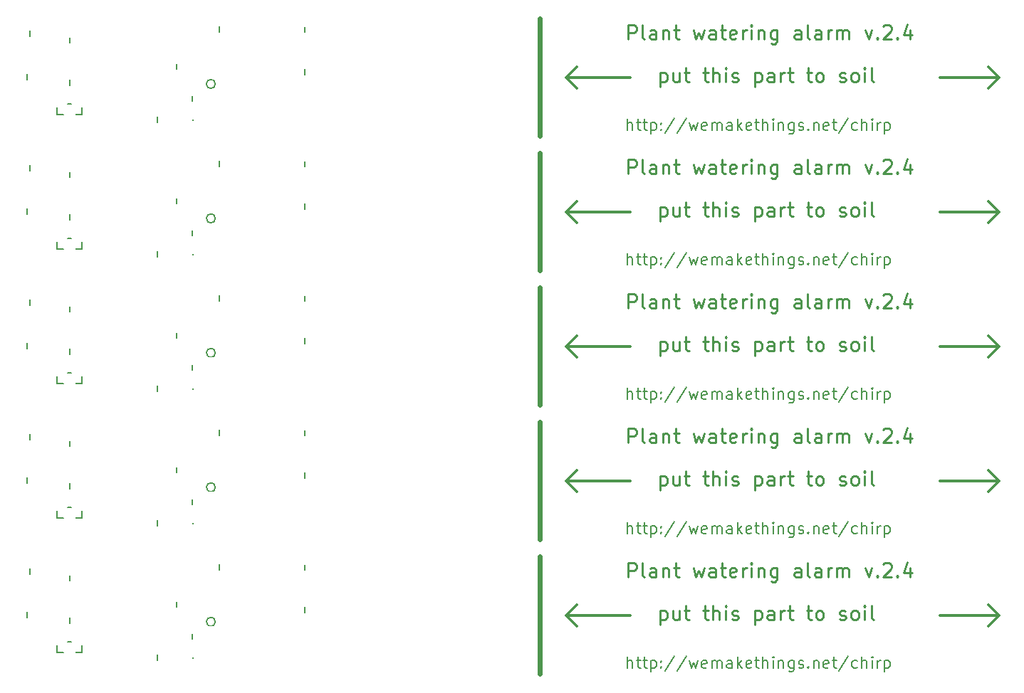
<source format=gbr>
G04 #@! TF.FileFunction,Legend,Top*
%FSLAX46Y46*%
G04 Gerber Fmt 4.6, Leading zero omitted, Abs format (unit mm)*
G04 Created by KiCad (PCBNEW (2015-09-30 BZR 6232)-product) date Fri 09 Oct 2015 11:18:26 AM EEST*
%MOMM*%
G01*
G04 APERTURE LIST*
%ADD10C,0.100000*%
%ADD11C,0.609600*%
%ADD12C,0.304800*%
%ADD13C,0.213360*%
%ADD14C,0.170688*%
%ADD15C,0.558800*%
%ADD16C,0.152400*%
%ADD17C,0.127000*%
%ADD18R,1.500000X1.400000*%
%ADD19C,4.000000*%
%ADD20R,1.600000X1.600000*%
%ADD21R,2.200000X2.100000*%
%ADD22R,1.009600X2.609800*%
%ADD23R,1.000000X1.200000*%
%ADD24R,2.279600X2.279600*%
%ADD25C,2.279600*%
%ADD26C,2.940000*%
%ADD27R,1.797000X2.508200*%
%ADD28R,1.416000X1.543000*%
G04 APERTURE END LIST*
D10*
D11*
X110001100Y-41016100D02*
X110001100Y-54986100D01*
D12*
X120796100Y-48001100D02*
X113176100Y-48001100D01*
X113176100Y-48001100D02*
X114446100Y-46731100D01*
X113176100Y-48001100D02*
X114446100Y-49271100D01*
X157626100Y-48001100D02*
X164611100Y-48001100D01*
X164611100Y-48001100D02*
X163341100Y-46731100D01*
X164611100Y-48001100D02*
X163341100Y-49271100D01*
D13*
X124373267Y-47429600D02*
X124373267Y-49118700D01*
X124373267Y-47510033D02*
X124534133Y-47429600D01*
X124855867Y-47429600D01*
X125016733Y-47510033D01*
X125097167Y-47590467D01*
X125177600Y-47751333D01*
X125177600Y-48233933D01*
X125097167Y-48394800D01*
X125016733Y-48475233D01*
X124855867Y-48555667D01*
X124534133Y-48555667D01*
X124373267Y-48475233D01*
X126625400Y-47429600D02*
X126625400Y-48555667D01*
X125901500Y-47429600D02*
X125901500Y-48314367D01*
X125981933Y-48475233D01*
X126142800Y-48555667D01*
X126384100Y-48555667D01*
X126544966Y-48475233D01*
X126625400Y-48394800D01*
X127188433Y-47429600D02*
X127831899Y-47429600D01*
X127429733Y-46866567D02*
X127429733Y-48314367D01*
X127510166Y-48475233D01*
X127671033Y-48555667D01*
X127831899Y-48555667D01*
X129440566Y-47429600D02*
X130084032Y-47429600D01*
X129681866Y-46866567D02*
X129681866Y-48314367D01*
X129762299Y-48475233D01*
X129923166Y-48555667D01*
X130084032Y-48555667D01*
X130647066Y-48555667D02*
X130647066Y-46866567D01*
X131370966Y-48555667D02*
X131370966Y-47670900D01*
X131290532Y-47510033D01*
X131129666Y-47429600D01*
X130888366Y-47429600D01*
X130727499Y-47510033D01*
X130647066Y-47590467D01*
X132175299Y-48555667D02*
X132175299Y-47429600D01*
X132175299Y-46866567D02*
X132094865Y-46947000D01*
X132175299Y-47027433D01*
X132255732Y-46947000D01*
X132175299Y-46866567D01*
X132175299Y-47027433D01*
X132899198Y-48475233D02*
X133060065Y-48555667D01*
X133381798Y-48555667D01*
X133542665Y-48475233D01*
X133623098Y-48314367D01*
X133623098Y-48233933D01*
X133542665Y-48073067D01*
X133381798Y-47992633D01*
X133140498Y-47992633D01*
X132979632Y-47912200D01*
X132899198Y-47751333D01*
X132899198Y-47670900D01*
X132979632Y-47510033D01*
X133140498Y-47429600D01*
X133381798Y-47429600D01*
X133542665Y-47510033D01*
X135633932Y-47429600D02*
X135633932Y-49118700D01*
X135633932Y-47510033D02*
X135794798Y-47429600D01*
X136116532Y-47429600D01*
X136277398Y-47510033D01*
X136357832Y-47590467D01*
X136438265Y-47751333D01*
X136438265Y-48233933D01*
X136357832Y-48394800D01*
X136277398Y-48475233D01*
X136116532Y-48555667D01*
X135794798Y-48555667D01*
X135633932Y-48475233D01*
X137886065Y-48555667D02*
X137886065Y-47670900D01*
X137805631Y-47510033D01*
X137644765Y-47429600D01*
X137323031Y-47429600D01*
X137162165Y-47510033D01*
X137886065Y-48475233D02*
X137725198Y-48555667D01*
X137323031Y-48555667D01*
X137162165Y-48475233D01*
X137081731Y-48314367D01*
X137081731Y-48153500D01*
X137162165Y-47992633D01*
X137323031Y-47912200D01*
X137725198Y-47912200D01*
X137886065Y-47831767D01*
X138690398Y-48555667D02*
X138690398Y-47429600D01*
X138690398Y-47751333D02*
X138770831Y-47590467D01*
X138851264Y-47510033D01*
X139012131Y-47429600D01*
X139172998Y-47429600D01*
X139494731Y-47429600D02*
X140138197Y-47429600D01*
X139736031Y-46866567D02*
X139736031Y-48314367D01*
X139816464Y-48475233D01*
X139977331Y-48555667D01*
X140138197Y-48555667D01*
X141746864Y-47429600D02*
X142390330Y-47429600D01*
X141988164Y-46866567D02*
X141988164Y-48314367D01*
X142068597Y-48475233D01*
X142229464Y-48555667D01*
X142390330Y-48555667D01*
X143194664Y-48555667D02*
X143033797Y-48475233D01*
X142953364Y-48394800D01*
X142872930Y-48233933D01*
X142872930Y-47751333D01*
X142953364Y-47590467D01*
X143033797Y-47510033D01*
X143194664Y-47429600D01*
X143435964Y-47429600D01*
X143596830Y-47510033D01*
X143677264Y-47590467D01*
X143757697Y-47751333D01*
X143757697Y-48233933D01*
X143677264Y-48394800D01*
X143596830Y-48475233D01*
X143435964Y-48555667D01*
X143194664Y-48555667D01*
X145688096Y-48475233D02*
X145848963Y-48555667D01*
X146170696Y-48555667D01*
X146331563Y-48475233D01*
X146411996Y-48314367D01*
X146411996Y-48233933D01*
X146331563Y-48073067D01*
X146170696Y-47992633D01*
X145929396Y-47992633D01*
X145768530Y-47912200D01*
X145688096Y-47751333D01*
X145688096Y-47670900D01*
X145768530Y-47510033D01*
X145929396Y-47429600D01*
X146170696Y-47429600D01*
X146331563Y-47510033D01*
X147377197Y-48555667D02*
X147216330Y-48475233D01*
X147135897Y-48394800D01*
X147055463Y-48233933D01*
X147055463Y-47751333D01*
X147135897Y-47590467D01*
X147216330Y-47510033D01*
X147377197Y-47429600D01*
X147618497Y-47429600D01*
X147779363Y-47510033D01*
X147859797Y-47590467D01*
X147940230Y-47751333D01*
X147940230Y-48233933D01*
X147859797Y-48394800D01*
X147779363Y-48475233D01*
X147618497Y-48555667D01*
X147377197Y-48555667D01*
X148664130Y-48555667D02*
X148664130Y-47429600D01*
X148664130Y-46866567D02*
X148583696Y-46947000D01*
X148664130Y-47027433D01*
X148744563Y-46947000D01*
X148664130Y-46866567D01*
X148664130Y-47027433D01*
X149709763Y-48555667D02*
X149548896Y-48475233D01*
X149468463Y-48314367D01*
X149468463Y-46866567D01*
X120563267Y-43475667D02*
X120563267Y-41786567D01*
X121206733Y-41786567D01*
X121367600Y-41867000D01*
X121448033Y-41947433D01*
X121528467Y-42108300D01*
X121528467Y-42349600D01*
X121448033Y-42510467D01*
X121367600Y-42590900D01*
X121206733Y-42671333D01*
X120563267Y-42671333D01*
X122493667Y-43475667D02*
X122332800Y-43395233D01*
X122252367Y-43234367D01*
X122252367Y-41786567D01*
X123861034Y-43475667D02*
X123861034Y-42590900D01*
X123780600Y-42430033D01*
X123619734Y-42349600D01*
X123298000Y-42349600D01*
X123137134Y-42430033D01*
X123861034Y-43395233D02*
X123700167Y-43475667D01*
X123298000Y-43475667D01*
X123137134Y-43395233D01*
X123056700Y-43234367D01*
X123056700Y-43073500D01*
X123137134Y-42912633D01*
X123298000Y-42832200D01*
X123700167Y-42832200D01*
X123861034Y-42751767D01*
X124665367Y-42349600D02*
X124665367Y-43475667D01*
X124665367Y-42510467D02*
X124745800Y-42430033D01*
X124906667Y-42349600D01*
X125147967Y-42349600D01*
X125308833Y-42430033D01*
X125389267Y-42590900D01*
X125389267Y-43475667D01*
X125952300Y-42349600D02*
X126595766Y-42349600D01*
X126193600Y-41786567D02*
X126193600Y-43234367D01*
X126274033Y-43395233D01*
X126434900Y-43475667D01*
X126595766Y-43475667D01*
X128284866Y-42349600D02*
X128606599Y-43475667D01*
X128928333Y-42671333D01*
X129250066Y-43475667D01*
X129571799Y-42349600D01*
X130939166Y-43475667D02*
X130939166Y-42590900D01*
X130858732Y-42430033D01*
X130697866Y-42349600D01*
X130376132Y-42349600D01*
X130215266Y-42430033D01*
X130939166Y-43395233D02*
X130778299Y-43475667D01*
X130376132Y-43475667D01*
X130215266Y-43395233D01*
X130134832Y-43234367D01*
X130134832Y-43073500D01*
X130215266Y-42912633D01*
X130376132Y-42832200D01*
X130778299Y-42832200D01*
X130939166Y-42751767D01*
X131502199Y-42349600D02*
X132145665Y-42349600D01*
X131743499Y-41786567D02*
X131743499Y-43234367D01*
X131823932Y-43395233D01*
X131984799Y-43475667D01*
X132145665Y-43475667D01*
X133352165Y-43395233D02*
X133191299Y-43475667D01*
X132869565Y-43475667D01*
X132708699Y-43395233D01*
X132628265Y-43234367D01*
X132628265Y-42590900D01*
X132708699Y-42430033D01*
X132869565Y-42349600D01*
X133191299Y-42349600D01*
X133352165Y-42430033D01*
X133432599Y-42590900D01*
X133432599Y-42751767D01*
X132628265Y-42912633D01*
X134156499Y-43475667D02*
X134156499Y-42349600D01*
X134156499Y-42671333D02*
X134236932Y-42510467D01*
X134317365Y-42430033D01*
X134478232Y-42349600D01*
X134639099Y-42349600D01*
X135202132Y-43475667D02*
X135202132Y-42349600D01*
X135202132Y-41786567D02*
X135121698Y-41867000D01*
X135202132Y-41947433D01*
X135282565Y-41867000D01*
X135202132Y-41786567D01*
X135202132Y-41947433D01*
X136006465Y-42349600D02*
X136006465Y-43475667D01*
X136006465Y-42510467D02*
X136086898Y-42430033D01*
X136247765Y-42349600D01*
X136489065Y-42349600D01*
X136649931Y-42430033D01*
X136730365Y-42590900D01*
X136730365Y-43475667D01*
X138258598Y-42349600D02*
X138258598Y-43716967D01*
X138178164Y-43877833D01*
X138097731Y-43958267D01*
X137936864Y-44038700D01*
X137695564Y-44038700D01*
X137534698Y-43958267D01*
X138258598Y-43395233D02*
X138097731Y-43475667D01*
X137775998Y-43475667D01*
X137615131Y-43395233D01*
X137534698Y-43314800D01*
X137454264Y-43153933D01*
X137454264Y-42671333D01*
X137534698Y-42510467D01*
X137615131Y-42430033D01*
X137775998Y-42349600D01*
X138097731Y-42349600D01*
X138258598Y-42430033D01*
X141073764Y-43475667D02*
X141073764Y-42590900D01*
X140993330Y-42430033D01*
X140832464Y-42349600D01*
X140510730Y-42349600D01*
X140349864Y-42430033D01*
X141073764Y-43395233D02*
X140912897Y-43475667D01*
X140510730Y-43475667D01*
X140349864Y-43395233D01*
X140269430Y-43234367D01*
X140269430Y-43073500D01*
X140349864Y-42912633D01*
X140510730Y-42832200D01*
X140912897Y-42832200D01*
X141073764Y-42751767D01*
X142119397Y-43475667D02*
X141958530Y-43395233D01*
X141878097Y-43234367D01*
X141878097Y-41786567D01*
X143486764Y-43475667D02*
X143486764Y-42590900D01*
X143406330Y-42430033D01*
X143245464Y-42349600D01*
X142923730Y-42349600D01*
X142762864Y-42430033D01*
X143486764Y-43395233D02*
X143325897Y-43475667D01*
X142923730Y-43475667D01*
X142762864Y-43395233D01*
X142682430Y-43234367D01*
X142682430Y-43073500D01*
X142762864Y-42912633D01*
X142923730Y-42832200D01*
X143325897Y-42832200D01*
X143486764Y-42751767D01*
X144291097Y-43475667D02*
X144291097Y-42349600D01*
X144291097Y-42671333D02*
X144371530Y-42510467D01*
X144451963Y-42430033D01*
X144612830Y-42349600D01*
X144773697Y-42349600D01*
X145336730Y-43475667D02*
X145336730Y-42349600D01*
X145336730Y-42510467D02*
X145417163Y-42430033D01*
X145578030Y-42349600D01*
X145819330Y-42349600D01*
X145980196Y-42430033D01*
X146060630Y-42590900D01*
X146060630Y-43475667D01*
X146060630Y-42590900D02*
X146141063Y-42430033D01*
X146301930Y-42349600D01*
X146543230Y-42349600D01*
X146704096Y-42430033D01*
X146784530Y-42590900D01*
X146784530Y-43475667D01*
X148714929Y-42349600D02*
X149117096Y-43475667D01*
X149519262Y-42349600D01*
X150162729Y-43314800D02*
X150243162Y-43395233D01*
X150162729Y-43475667D01*
X150082295Y-43395233D01*
X150162729Y-43314800D01*
X150162729Y-43475667D01*
X150886628Y-41947433D02*
X150967062Y-41867000D01*
X151127928Y-41786567D01*
X151530095Y-41786567D01*
X151690962Y-41867000D01*
X151771395Y-41947433D01*
X151851828Y-42108300D01*
X151851828Y-42269167D01*
X151771395Y-42510467D01*
X150806195Y-43475667D01*
X151851828Y-43475667D01*
X152575729Y-43314800D02*
X152656162Y-43395233D01*
X152575729Y-43475667D01*
X152495295Y-43395233D01*
X152575729Y-43314800D01*
X152575729Y-43475667D01*
X154103962Y-42349600D02*
X154103962Y-43475667D01*
X153701795Y-41706133D02*
X153299628Y-42912633D01*
X154345262Y-42912633D01*
D14*
X120482833Y-54286753D02*
X120482833Y-52935473D01*
X121061953Y-54286753D02*
X121061953Y-53578940D01*
X120997607Y-53450247D01*
X120868913Y-53385900D01*
X120675873Y-53385900D01*
X120547180Y-53450247D01*
X120482833Y-53514593D01*
X121512380Y-53385900D02*
X122027154Y-53385900D01*
X121705420Y-52935473D02*
X121705420Y-54093713D01*
X121769767Y-54222407D01*
X121898460Y-54286753D01*
X122027154Y-54286753D01*
X122284540Y-53385900D02*
X122799314Y-53385900D01*
X122477580Y-52935473D02*
X122477580Y-54093713D01*
X122541927Y-54222407D01*
X122670620Y-54286753D01*
X122799314Y-54286753D01*
X123249740Y-53385900D02*
X123249740Y-54737180D01*
X123249740Y-53450247D02*
X123378434Y-53385900D01*
X123635820Y-53385900D01*
X123764514Y-53450247D01*
X123828860Y-53514593D01*
X123893207Y-53643287D01*
X123893207Y-54029367D01*
X123828860Y-54158060D01*
X123764514Y-54222407D01*
X123635820Y-54286753D01*
X123378434Y-54286753D01*
X123249740Y-54222407D01*
X124472327Y-54158060D02*
X124536674Y-54222407D01*
X124472327Y-54286753D01*
X124407981Y-54222407D01*
X124472327Y-54158060D01*
X124472327Y-54286753D01*
X124472327Y-53450247D02*
X124536674Y-53514593D01*
X124472327Y-53578940D01*
X124407981Y-53514593D01*
X124472327Y-53450247D01*
X124472327Y-53578940D01*
X126080994Y-52871127D02*
X124922754Y-54608487D01*
X127496621Y-52871127D02*
X126338381Y-54608487D01*
X127818355Y-53385900D02*
X128075742Y-54286753D01*
X128333128Y-53643287D01*
X128590515Y-54286753D01*
X128847902Y-53385900D01*
X129877449Y-54222407D02*
X129748755Y-54286753D01*
X129491369Y-54286753D01*
X129362675Y-54222407D01*
X129298329Y-54093713D01*
X129298329Y-53578940D01*
X129362675Y-53450247D01*
X129491369Y-53385900D01*
X129748755Y-53385900D01*
X129877449Y-53450247D01*
X129941795Y-53578940D01*
X129941795Y-53707633D01*
X129298329Y-53836327D01*
X130520915Y-54286753D02*
X130520915Y-53385900D01*
X130520915Y-53514593D02*
X130585262Y-53450247D01*
X130713955Y-53385900D01*
X130906995Y-53385900D01*
X131035689Y-53450247D01*
X131100035Y-53578940D01*
X131100035Y-54286753D01*
X131100035Y-53578940D02*
X131164382Y-53450247D01*
X131293075Y-53385900D01*
X131486115Y-53385900D01*
X131614809Y-53450247D01*
X131679155Y-53578940D01*
X131679155Y-54286753D01*
X132901742Y-54286753D02*
X132901742Y-53578940D01*
X132837396Y-53450247D01*
X132708702Y-53385900D01*
X132451316Y-53385900D01*
X132322622Y-53450247D01*
X132901742Y-54222407D02*
X132773049Y-54286753D01*
X132451316Y-54286753D01*
X132322622Y-54222407D01*
X132258276Y-54093713D01*
X132258276Y-53965020D01*
X132322622Y-53836327D01*
X132451316Y-53771980D01*
X132773049Y-53771980D01*
X132901742Y-53707633D01*
X133545209Y-54286753D02*
X133545209Y-52935473D01*
X133673903Y-53771980D02*
X134059983Y-54286753D01*
X134059983Y-53385900D02*
X133545209Y-53900673D01*
X135153876Y-54222407D02*
X135025182Y-54286753D01*
X134767796Y-54286753D01*
X134639102Y-54222407D01*
X134574756Y-54093713D01*
X134574756Y-53578940D01*
X134639102Y-53450247D01*
X134767796Y-53385900D01*
X135025182Y-53385900D01*
X135153876Y-53450247D01*
X135218222Y-53578940D01*
X135218222Y-53707633D01*
X134574756Y-53836327D01*
X135604302Y-53385900D02*
X136119076Y-53385900D01*
X135797342Y-52935473D02*
X135797342Y-54093713D01*
X135861689Y-54222407D01*
X135990382Y-54286753D01*
X136119076Y-54286753D01*
X136569502Y-54286753D02*
X136569502Y-52935473D01*
X137148622Y-54286753D02*
X137148622Y-53578940D01*
X137084276Y-53450247D01*
X136955582Y-53385900D01*
X136762542Y-53385900D01*
X136633849Y-53450247D01*
X136569502Y-53514593D01*
X137792089Y-54286753D02*
X137792089Y-53385900D01*
X137792089Y-52935473D02*
X137727743Y-52999820D01*
X137792089Y-53064167D01*
X137856436Y-52999820D01*
X137792089Y-52935473D01*
X137792089Y-53064167D01*
X138435556Y-53385900D02*
X138435556Y-54286753D01*
X138435556Y-53514593D02*
X138499903Y-53450247D01*
X138628596Y-53385900D01*
X138821636Y-53385900D01*
X138950330Y-53450247D01*
X139014676Y-53578940D01*
X139014676Y-54286753D01*
X140237263Y-53385900D02*
X140237263Y-54479793D01*
X140172917Y-54608487D01*
X140108570Y-54672833D01*
X139979877Y-54737180D01*
X139786837Y-54737180D01*
X139658143Y-54672833D01*
X140237263Y-54222407D02*
X140108570Y-54286753D01*
X139851183Y-54286753D01*
X139722490Y-54222407D01*
X139658143Y-54158060D01*
X139593797Y-54029367D01*
X139593797Y-53643287D01*
X139658143Y-53514593D01*
X139722490Y-53450247D01*
X139851183Y-53385900D01*
X140108570Y-53385900D01*
X140237263Y-53450247D01*
X140816384Y-54222407D02*
X140945077Y-54286753D01*
X141202464Y-54286753D01*
X141331157Y-54222407D01*
X141395504Y-54093713D01*
X141395504Y-54029367D01*
X141331157Y-53900673D01*
X141202464Y-53836327D01*
X141009424Y-53836327D01*
X140880730Y-53771980D01*
X140816384Y-53643287D01*
X140816384Y-53578940D01*
X140880730Y-53450247D01*
X141009424Y-53385900D01*
X141202464Y-53385900D01*
X141331157Y-53450247D01*
X141974623Y-54158060D02*
X142038970Y-54222407D01*
X141974623Y-54286753D01*
X141910277Y-54222407D01*
X141974623Y-54158060D01*
X141974623Y-54286753D01*
X142618090Y-53385900D02*
X142618090Y-54286753D01*
X142618090Y-53514593D02*
X142682437Y-53450247D01*
X142811130Y-53385900D01*
X143004170Y-53385900D01*
X143132864Y-53450247D01*
X143197210Y-53578940D01*
X143197210Y-54286753D01*
X144355451Y-54222407D02*
X144226757Y-54286753D01*
X143969371Y-54286753D01*
X143840677Y-54222407D01*
X143776331Y-54093713D01*
X143776331Y-53578940D01*
X143840677Y-53450247D01*
X143969371Y-53385900D01*
X144226757Y-53385900D01*
X144355451Y-53450247D01*
X144419797Y-53578940D01*
X144419797Y-53707633D01*
X143776331Y-53836327D01*
X144805877Y-53385900D02*
X145320651Y-53385900D01*
X144998917Y-52935473D02*
X144998917Y-54093713D01*
X145063264Y-54222407D01*
X145191957Y-54286753D01*
X145320651Y-54286753D01*
X146736277Y-52871127D02*
X145578037Y-54608487D01*
X147765824Y-54222407D02*
X147637131Y-54286753D01*
X147379744Y-54286753D01*
X147251051Y-54222407D01*
X147186704Y-54158060D01*
X147122358Y-54029367D01*
X147122358Y-53643287D01*
X147186704Y-53514593D01*
X147251051Y-53450247D01*
X147379744Y-53385900D01*
X147637131Y-53385900D01*
X147765824Y-53450247D01*
X148344944Y-54286753D02*
X148344944Y-52935473D01*
X148924064Y-54286753D02*
X148924064Y-53578940D01*
X148859718Y-53450247D01*
X148731024Y-53385900D01*
X148537984Y-53385900D01*
X148409291Y-53450247D01*
X148344944Y-53514593D01*
X149567531Y-54286753D02*
X149567531Y-53385900D01*
X149567531Y-52935473D02*
X149503185Y-52999820D01*
X149567531Y-53064167D01*
X149631878Y-52999820D01*
X149567531Y-52935473D01*
X149567531Y-53064167D01*
X150210998Y-54286753D02*
X150210998Y-53385900D01*
X150210998Y-53643287D02*
X150275345Y-53514593D01*
X150339692Y-53450247D01*
X150468385Y-53385900D01*
X150597078Y-53385900D01*
X151047505Y-53385900D02*
X151047505Y-54737180D01*
X151047505Y-53450247D02*
X151176199Y-53385900D01*
X151433585Y-53385900D01*
X151562279Y-53450247D01*
X151626625Y-53514593D01*
X151690972Y-53643287D01*
X151690972Y-54029367D01*
X151626625Y-54158060D01*
X151562279Y-54222407D01*
X151433585Y-54286753D01*
X151176199Y-54286753D01*
X151047505Y-54222407D01*
D11*
X110001100Y-57016100D02*
X110001100Y-70986100D01*
D12*
X120796100Y-64001100D02*
X113176100Y-64001100D01*
X113176100Y-64001100D02*
X114446100Y-62731100D01*
X113176100Y-64001100D02*
X114446100Y-65271100D01*
X157626100Y-64001100D02*
X164611100Y-64001100D01*
X164611100Y-64001100D02*
X163341100Y-62731100D01*
X164611100Y-64001100D02*
X163341100Y-65271100D01*
D13*
X124373267Y-63429600D02*
X124373267Y-65118700D01*
X124373267Y-63510033D02*
X124534133Y-63429600D01*
X124855867Y-63429600D01*
X125016733Y-63510033D01*
X125097167Y-63590467D01*
X125177600Y-63751333D01*
X125177600Y-64233933D01*
X125097167Y-64394800D01*
X125016733Y-64475233D01*
X124855867Y-64555667D01*
X124534133Y-64555667D01*
X124373267Y-64475233D01*
X126625400Y-63429600D02*
X126625400Y-64555667D01*
X125901500Y-63429600D02*
X125901500Y-64314367D01*
X125981933Y-64475233D01*
X126142800Y-64555667D01*
X126384100Y-64555667D01*
X126544966Y-64475233D01*
X126625400Y-64394800D01*
X127188433Y-63429600D02*
X127831899Y-63429600D01*
X127429733Y-62866567D02*
X127429733Y-64314367D01*
X127510166Y-64475233D01*
X127671033Y-64555667D01*
X127831899Y-64555667D01*
X129440566Y-63429600D02*
X130084032Y-63429600D01*
X129681866Y-62866567D02*
X129681866Y-64314367D01*
X129762299Y-64475233D01*
X129923166Y-64555667D01*
X130084032Y-64555667D01*
X130647066Y-64555667D02*
X130647066Y-62866567D01*
X131370966Y-64555667D02*
X131370966Y-63670900D01*
X131290532Y-63510033D01*
X131129666Y-63429600D01*
X130888366Y-63429600D01*
X130727499Y-63510033D01*
X130647066Y-63590467D01*
X132175299Y-64555667D02*
X132175299Y-63429600D01*
X132175299Y-62866567D02*
X132094865Y-62947000D01*
X132175299Y-63027433D01*
X132255732Y-62947000D01*
X132175299Y-62866567D01*
X132175299Y-63027433D01*
X132899198Y-64475233D02*
X133060065Y-64555667D01*
X133381798Y-64555667D01*
X133542665Y-64475233D01*
X133623098Y-64314367D01*
X133623098Y-64233933D01*
X133542665Y-64073067D01*
X133381798Y-63992633D01*
X133140498Y-63992633D01*
X132979632Y-63912200D01*
X132899198Y-63751333D01*
X132899198Y-63670900D01*
X132979632Y-63510033D01*
X133140498Y-63429600D01*
X133381798Y-63429600D01*
X133542665Y-63510033D01*
X135633932Y-63429600D02*
X135633932Y-65118700D01*
X135633932Y-63510033D02*
X135794798Y-63429600D01*
X136116532Y-63429600D01*
X136277398Y-63510033D01*
X136357832Y-63590467D01*
X136438265Y-63751333D01*
X136438265Y-64233933D01*
X136357832Y-64394800D01*
X136277398Y-64475233D01*
X136116532Y-64555667D01*
X135794798Y-64555667D01*
X135633932Y-64475233D01*
X137886065Y-64555667D02*
X137886065Y-63670900D01*
X137805631Y-63510033D01*
X137644765Y-63429600D01*
X137323031Y-63429600D01*
X137162165Y-63510033D01*
X137886065Y-64475233D02*
X137725198Y-64555667D01*
X137323031Y-64555667D01*
X137162165Y-64475233D01*
X137081731Y-64314367D01*
X137081731Y-64153500D01*
X137162165Y-63992633D01*
X137323031Y-63912200D01*
X137725198Y-63912200D01*
X137886065Y-63831767D01*
X138690398Y-64555667D02*
X138690398Y-63429600D01*
X138690398Y-63751333D02*
X138770831Y-63590467D01*
X138851264Y-63510033D01*
X139012131Y-63429600D01*
X139172998Y-63429600D01*
X139494731Y-63429600D02*
X140138197Y-63429600D01*
X139736031Y-62866567D02*
X139736031Y-64314367D01*
X139816464Y-64475233D01*
X139977331Y-64555667D01*
X140138197Y-64555667D01*
X141746864Y-63429600D02*
X142390330Y-63429600D01*
X141988164Y-62866567D02*
X141988164Y-64314367D01*
X142068597Y-64475233D01*
X142229464Y-64555667D01*
X142390330Y-64555667D01*
X143194664Y-64555667D02*
X143033797Y-64475233D01*
X142953364Y-64394800D01*
X142872930Y-64233933D01*
X142872930Y-63751333D01*
X142953364Y-63590467D01*
X143033797Y-63510033D01*
X143194664Y-63429600D01*
X143435964Y-63429600D01*
X143596830Y-63510033D01*
X143677264Y-63590467D01*
X143757697Y-63751333D01*
X143757697Y-64233933D01*
X143677264Y-64394800D01*
X143596830Y-64475233D01*
X143435964Y-64555667D01*
X143194664Y-64555667D01*
X145688096Y-64475233D02*
X145848963Y-64555667D01*
X146170696Y-64555667D01*
X146331563Y-64475233D01*
X146411996Y-64314367D01*
X146411996Y-64233933D01*
X146331563Y-64073067D01*
X146170696Y-63992633D01*
X145929396Y-63992633D01*
X145768530Y-63912200D01*
X145688096Y-63751333D01*
X145688096Y-63670900D01*
X145768530Y-63510033D01*
X145929396Y-63429600D01*
X146170696Y-63429600D01*
X146331563Y-63510033D01*
X147377197Y-64555667D02*
X147216330Y-64475233D01*
X147135897Y-64394800D01*
X147055463Y-64233933D01*
X147055463Y-63751333D01*
X147135897Y-63590467D01*
X147216330Y-63510033D01*
X147377197Y-63429600D01*
X147618497Y-63429600D01*
X147779363Y-63510033D01*
X147859797Y-63590467D01*
X147940230Y-63751333D01*
X147940230Y-64233933D01*
X147859797Y-64394800D01*
X147779363Y-64475233D01*
X147618497Y-64555667D01*
X147377197Y-64555667D01*
X148664130Y-64555667D02*
X148664130Y-63429600D01*
X148664130Y-62866567D02*
X148583696Y-62947000D01*
X148664130Y-63027433D01*
X148744563Y-62947000D01*
X148664130Y-62866567D01*
X148664130Y-63027433D01*
X149709763Y-64555667D02*
X149548896Y-64475233D01*
X149468463Y-64314367D01*
X149468463Y-62866567D01*
X120563267Y-59475667D02*
X120563267Y-57786567D01*
X121206733Y-57786567D01*
X121367600Y-57867000D01*
X121448033Y-57947433D01*
X121528467Y-58108300D01*
X121528467Y-58349600D01*
X121448033Y-58510467D01*
X121367600Y-58590900D01*
X121206733Y-58671333D01*
X120563267Y-58671333D01*
X122493667Y-59475667D02*
X122332800Y-59395233D01*
X122252367Y-59234367D01*
X122252367Y-57786567D01*
X123861034Y-59475667D02*
X123861034Y-58590900D01*
X123780600Y-58430033D01*
X123619734Y-58349600D01*
X123298000Y-58349600D01*
X123137134Y-58430033D01*
X123861034Y-59395233D02*
X123700167Y-59475667D01*
X123298000Y-59475667D01*
X123137134Y-59395233D01*
X123056700Y-59234367D01*
X123056700Y-59073500D01*
X123137134Y-58912633D01*
X123298000Y-58832200D01*
X123700167Y-58832200D01*
X123861034Y-58751767D01*
X124665367Y-58349600D02*
X124665367Y-59475667D01*
X124665367Y-58510467D02*
X124745800Y-58430033D01*
X124906667Y-58349600D01*
X125147967Y-58349600D01*
X125308833Y-58430033D01*
X125389267Y-58590900D01*
X125389267Y-59475667D01*
X125952300Y-58349600D02*
X126595766Y-58349600D01*
X126193600Y-57786567D02*
X126193600Y-59234367D01*
X126274033Y-59395233D01*
X126434900Y-59475667D01*
X126595766Y-59475667D01*
X128284866Y-58349600D02*
X128606599Y-59475667D01*
X128928333Y-58671333D01*
X129250066Y-59475667D01*
X129571799Y-58349600D01*
X130939166Y-59475667D02*
X130939166Y-58590900D01*
X130858732Y-58430033D01*
X130697866Y-58349600D01*
X130376132Y-58349600D01*
X130215266Y-58430033D01*
X130939166Y-59395233D02*
X130778299Y-59475667D01*
X130376132Y-59475667D01*
X130215266Y-59395233D01*
X130134832Y-59234367D01*
X130134832Y-59073500D01*
X130215266Y-58912633D01*
X130376132Y-58832200D01*
X130778299Y-58832200D01*
X130939166Y-58751767D01*
X131502199Y-58349600D02*
X132145665Y-58349600D01*
X131743499Y-57786567D02*
X131743499Y-59234367D01*
X131823932Y-59395233D01*
X131984799Y-59475667D01*
X132145665Y-59475667D01*
X133352165Y-59395233D02*
X133191299Y-59475667D01*
X132869565Y-59475667D01*
X132708699Y-59395233D01*
X132628265Y-59234367D01*
X132628265Y-58590900D01*
X132708699Y-58430033D01*
X132869565Y-58349600D01*
X133191299Y-58349600D01*
X133352165Y-58430033D01*
X133432599Y-58590900D01*
X133432599Y-58751767D01*
X132628265Y-58912633D01*
X134156499Y-59475667D02*
X134156499Y-58349600D01*
X134156499Y-58671333D02*
X134236932Y-58510467D01*
X134317365Y-58430033D01*
X134478232Y-58349600D01*
X134639099Y-58349600D01*
X135202132Y-59475667D02*
X135202132Y-58349600D01*
X135202132Y-57786567D02*
X135121698Y-57867000D01*
X135202132Y-57947433D01*
X135282565Y-57867000D01*
X135202132Y-57786567D01*
X135202132Y-57947433D01*
X136006465Y-58349600D02*
X136006465Y-59475667D01*
X136006465Y-58510467D02*
X136086898Y-58430033D01*
X136247765Y-58349600D01*
X136489065Y-58349600D01*
X136649931Y-58430033D01*
X136730365Y-58590900D01*
X136730365Y-59475667D01*
X138258598Y-58349600D02*
X138258598Y-59716967D01*
X138178164Y-59877833D01*
X138097731Y-59958267D01*
X137936864Y-60038700D01*
X137695564Y-60038700D01*
X137534698Y-59958267D01*
X138258598Y-59395233D02*
X138097731Y-59475667D01*
X137775998Y-59475667D01*
X137615131Y-59395233D01*
X137534698Y-59314800D01*
X137454264Y-59153933D01*
X137454264Y-58671333D01*
X137534698Y-58510467D01*
X137615131Y-58430033D01*
X137775998Y-58349600D01*
X138097731Y-58349600D01*
X138258598Y-58430033D01*
X141073764Y-59475667D02*
X141073764Y-58590900D01*
X140993330Y-58430033D01*
X140832464Y-58349600D01*
X140510730Y-58349600D01*
X140349864Y-58430033D01*
X141073764Y-59395233D02*
X140912897Y-59475667D01*
X140510730Y-59475667D01*
X140349864Y-59395233D01*
X140269430Y-59234367D01*
X140269430Y-59073500D01*
X140349864Y-58912633D01*
X140510730Y-58832200D01*
X140912897Y-58832200D01*
X141073764Y-58751767D01*
X142119397Y-59475667D02*
X141958530Y-59395233D01*
X141878097Y-59234367D01*
X141878097Y-57786567D01*
X143486764Y-59475667D02*
X143486764Y-58590900D01*
X143406330Y-58430033D01*
X143245464Y-58349600D01*
X142923730Y-58349600D01*
X142762864Y-58430033D01*
X143486764Y-59395233D02*
X143325897Y-59475667D01*
X142923730Y-59475667D01*
X142762864Y-59395233D01*
X142682430Y-59234367D01*
X142682430Y-59073500D01*
X142762864Y-58912633D01*
X142923730Y-58832200D01*
X143325897Y-58832200D01*
X143486764Y-58751767D01*
X144291097Y-59475667D02*
X144291097Y-58349600D01*
X144291097Y-58671333D02*
X144371530Y-58510467D01*
X144451963Y-58430033D01*
X144612830Y-58349600D01*
X144773697Y-58349600D01*
X145336730Y-59475667D02*
X145336730Y-58349600D01*
X145336730Y-58510467D02*
X145417163Y-58430033D01*
X145578030Y-58349600D01*
X145819330Y-58349600D01*
X145980196Y-58430033D01*
X146060630Y-58590900D01*
X146060630Y-59475667D01*
X146060630Y-58590900D02*
X146141063Y-58430033D01*
X146301930Y-58349600D01*
X146543230Y-58349600D01*
X146704096Y-58430033D01*
X146784530Y-58590900D01*
X146784530Y-59475667D01*
X148714929Y-58349600D02*
X149117096Y-59475667D01*
X149519262Y-58349600D01*
X150162729Y-59314800D02*
X150243162Y-59395233D01*
X150162729Y-59475667D01*
X150082295Y-59395233D01*
X150162729Y-59314800D01*
X150162729Y-59475667D01*
X150886628Y-57947433D02*
X150967062Y-57867000D01*
X151127928Y-57786567D01*
X151530095Y-57786567D01*
X151690962Y-57867000D01*
X151771395Y-57947433D01*
X151851828Y-58108300D01*
X151851828Y-58269167D01*
X151771395Y-58510467D01*
X150806195Y-59475667D01*
X151851828Y-59475667D01*
X152575729Y-59314800D02*
X152656162Y-59395233D01*
X152575729Y-59475667D01*
X152495295Y-59395233D01*
X152575729Y-59314800D01*
X152575729Y-59475667D01*
X154103962Y-58349600D02*
X154103962Y-59475667D01*
X153701795Y-57706133D02*
X153299628Y-58912633D01*
X154345262Y-58912633D01*
D14*
X120482833Y-70286753D02*
X120482833Y-68935473D01*
X121061953Y-70286753D02*
X121061953Y-69578940D01*
X120997607Y-69450247D01*
X120868913Y-69385900D01*
X120675873Y-69385900D01*
X120547180Y-69450247D01*
X120482833Y-69514593D01*
X121512380Y-69385900D02*
X122027154Y-69385900D01*
X121705420Y-68935473D02*
X121705420Y-70093713D01*
X121769767Y-70222407D01*
X121898460Y-70286753D01*
X122027154Y-70286753D01*
X122284540Y-69385900D02*
X122799314Y-69385900D01*
X122477580Y-68935473D02*
X122477580Y-70093713D01*
X122541927Y-70222407D01*
X122670620Y-70286753D01*
X122799314Y-70286753D01*
X123249740Y-69385900D02*
X123249740Y-70737180D01*
X123249740Y-69450247D02*
X123378434Y-69385900D01*
X123635820Y-69385900D01*
X123764514Y-69450247D01*
X123828860Y-69514593D01*
X123893207Y-69643287D01*
X123893207Y-70029367D01*
X123828860Y-70158060D01*
X123764514Y-70222407D01*
X123635820Y-70286753D01*
X123378434Y-70286753D01*
X123249740Y-70222407D01*
X124472327Y-70158060D02*
X124536674Y-70222407D01*
X124472327Y-70286753D01*
X124407981Y-70222407D01*
X124472327Y-70158060D01*
X124472327Y-70286753D01*
X124472327Y-69450247D02*
X124536674Y-69514593D01*
X124472327Y-69578940D01*
X124407981Y-69514593D01*
X124472327Y-69450247D01*
X124472327Y-69578940D01*
X126080994Y-68871127D02*
X124922754Y-70608487D01*
X127496621Y-68871127D02*
X126338381Y-70608487D01*
X127818355Y-69385900D02*
X128075742Y-70286753D01*
X128333128Y-69643287D01*
X128590515Y-70286753D01*
X128847902Y-69385900D01*
X129877449Y-70222407D02*
X129748755Y-70286753D01*
X129491369Y-70286753D01*
X129362675Y-70222407D01*
X129298329Y-70093713D01*
X129298329Y-69578940D01*
X129362675Y-69450247D01*
X129491369Y-69385900D01*
X129748755Y-69385900D01*
X129877449Y-69450247D01*
X129941795Y-69578940D01*
X129941795Y-69707633D01*
X129298329Y-69836327D01*
X130520915Y-70286753D02*
X130520915Y-69385900D01*
X130520915Y-69514593D02*
X130585262Y-69450247D01*
X130713955Y-69385900D01*
X130906995Y-69385900D01*
X131035689Y-69450247D01*
X131100035Y-69578940D01*
X131100035Y-70286753D01*
X131100035Y-69578940D02*
X131164382Y-69450247D01*
X131293075Y-69385900D01*
X131486115Y-69385900D01*
X131614809Y-69450247D01*
X131679155Y-69578940D01*
X131679155Y-70286753D01*
X132901742Y-70286753D02*
X132901742Y-69578940D01*
X132837396Y-69450247D01*
X132708702Y-69385900D01*
X132451316Y-69385900D01*
X132322622Y-69450247D01*
X132901742Y-70222407D02*
X132773049Y-70286753D01*
X132451316Y-70286753D01*
X132322622Y-70222407D01*
X132258276Y-70093713D01*
X132258276Y-69965020D01*
X132322622Y-69836327D01*
X132451316Y-69771980D01*
X132773049Y-69771980D01*
X132901742Y-69707633D01*
X133545209Y-70286753D02*
X133545209Y-68935473D01*
X133673903Y-69771980D02*
X134059983Y-70286753D01*
X134059983Y-69385900D02*
X133545209Y-69900673D01*
X135153876Y-70222407D02*
X135025182Y-70286753D01*
X134767796Y-70286753D01*
X134639102Y-70222407D01*
X134574756Y-70093713D01*
X134574756Y-69578940D01*
X134639102Y-69450247D01*
X134767796Y-69385900D01*
X135025182Y-69385900D01*
X135153876Y-69450247D01*
X135218222Y-69578940D01*
X135218222Y-69707633D01*
X134574756Y-69836327D01*
X135604302Y-69385900D02*
X136119076Y-69385900D01*
X135797342Y-68935473D02*
X135797342Y-70093713D01*
X135861689Y-70222407D01*
X135990382Y-70286753D01*
X136119076Y-70286753D01*
X136569502Y-70286753D02*
X136569502Y-68935473D01*
X137148622Y-70286753D02*
X137148622Y-69578940D01*
X137084276Y-69450247D01*
X136955582Y-69385900D01*
X136762542Y-69385900D01*
X136633849Y-69450247D01*
X136569502Y-69514593D01*
X137792089Y-70286753D02*
X137792089Y-69385900D01*
X137792089Y-68935473D02*
X137727743Y-68999820D01*
X137792089Y-69064167D01*
X137856436Y-68999820D01*
X137792089Y-68935473D01*
X137792089Y-69064167D01*
X138435556Y-69385900D02*
X138435556Y-70286753D01*
X138435556Y-69514593D02*
X138499903Y-69450247D01*
X138628596Y-69385900D01*
X138821636Y-69385900D01*
X138950330Y-69450247D01*
X139014676Y-69578940D01*
X139014676Y-70286753D01*
X140237263Y-69385900D02*
X140237263Y-70479793D01*
X140172917Y-70608487D01*
X140108570Y-70672833D01*
X139979877Y-70737180D01*
X139786837Y-70737180D01*
X139658143Y-70672833D01*
X140237263Y-70222407D02*
X140108570Y-70286753D01*
X139851183Y-70286753D01*
X139722490Y-70222407D01*
X139658143Y-70158060D01*
X139593797Y-70029367D01*
X139593797Y-69643287D01*
X139658143Y-69514593D01*
X139722490Y-69450247D01*
X139851183Y-69385900D01*
X140108570Y-69385900D01*
X140237263Y-69450247D01*
X140816384Y-70222407D02*
X140945077Y-70286753D01*
X141202464Y-70286753D01*
X141331157Y-70222407D01*
X141395504Y-70093713D01*
X141395504Y-70029367D01*
X141331157Y-69900673D01*
X141202464Y-69836327D01*
X141009424Y-69836327D01*
X140880730Y-69771980D01*
X140816384Y-69643287D01*
X140816384Y-69578940D01*
X140880730Y-69450247D01*
X141009424Y-69385900D01*
X141202464Y-69385900D01*
X141331157Y-69450247D01*
X141974623Y-70158060D02*
X142038970Y-70222407D01*
X141974623Y-70286753D01*
X141910277Y-70222407D01*
X141974623Y-70158060D01*
X141974623Y-70286753D01*
X142618090Y-69385900D02*
X142618090Y-70286753D01*
X142618090Y-69514593D02*
X142682437Y-69450247D01*
X142811130Y-69385900D01*
X143004170Y-69385900D01*
X143132864Y-69450247D01*
X143197210Y-69578940D01*
X143197210Y-70286753D01*
X144355451Y-70222407D02*
X144226757Y-70286753D01*
X143969371Y-70286753D01*
X143840677Y-70222407D01*
X143776331Y-70093713D01*
X143776331Y-69578940D01*
X143840677Y-69450247D01*
X143969371Y-69385900D01*
X144226757Y-69385900D01*
X144355451Y-69450247D01*
X144419797Y-69578940D01*
X144419797Y-69707633D01*
X143776331Y-69836327D01*
X144805877Y-69385900D02*
X145320651Y-69385900D01*
X144998917Y-68935473D02*
X144998917Y-70093713D01*
X145063264Y-70222407D01*
X145191957Y-70286753D01*
X145320651Y-70286753D01*
X146736277Y-68871127D02*
X145578037Y-70608487D01*
X147765824Y-70222407D02*
X147637131Y-70286753D01*
X147379744Y-70286753D01*
X147251051Y-70222407D01*
X147186704Y-70158060D01*
X147122358Y-70029367D01*
X147122358Y-69643287D01*
X147186704Y-69514593D01*
X147251051Y-69450247D01*
X147379744Y-69385900D01*
X147637131Y-69385900D01*
X147765824Y-69450247D01*
X148344944Y-70286753D02*
X148344944Y-68935473D01*
X148924064Y-70286753D02*
X148924064Y-69578940D01*
X148859718Y-69450247D01*
X148731024Y-69385900D01*
X148537984Y-69385900D01*
X148409291Y-69450247D01*
X148344944Y-69514593D01*
X149567531Y-70286753D02*
X149567531Y-69385900D01*
X149567531Y-68935473D02*
X149503185Y-68999820D01*
X149567531Y-69064167D01*
X149631878Y-68999820D01*
X149567531Y-68935473D01*
X149567531Y-69064167D01*
X150210998Y-70286753D02*
X150210998Y-69385900D01*
X150210998Y-69643287D02*
X150275345Y-69514593D01*
X150339692Y-69450247D01*
X150468385Y-69385900D01*
X150597078Y-69385900D01*
X151047505Y-69385900D02*
X151047505Y-70737180D01*
X151047505Y-69450247D02*
X151176199Y-69385900D01*
X151433585Y-69385900D01*
X151562279Y-69450247D01*
X151626625Y-69514593D01*
X151690972Y-69643287D01*
X151690972Y-70029367D01*
X151626625Y-70158060D01*
X151562279Y-70222407D01*
X151433585Y-70286753D01*
X151176199Y-70286753D01*
X151047505Y-70222407D01*
D11*
X110001100Y-73016100D02*
X110001100Y-86986100D01*
D12*
X120796100Y-80001100D02*
X113176100Y-80001100D01*
X113176100Y-80001100D02*
X114446100Y-78731100D01*
X113176100Y-80001100D02*
X114446100Y-81271100D01*
X157626100Y-80001100D02*
X164611100Y-80001100D01*
X164611100Y-80001100D02*
X163341100Y-78731100D01*
X164611100Y-80001100D02*
X163341100Y-81271100D01*
D13*
X124373267Y-79429600D02*
X124373267Y-81118700D01*
X124373267Y-79510033D02*
X124534133Y-79429600D01*
X124855867Y-79429600D01*
X125016733Y-79510033D01*
X125097167Y-79590467D01*
X125177600Y-79751333D01*
X125177600Y-80233933D01*
X125097167Y-80394800D01*
X125016733Y-80475233D01*
X124855867Y-80555667D01*
X124534133Y-80555667D01*
X124373267Y-80475233D01*
X126625400Y-79429600D02*
X126625400Y-80555667D01*
X125901500Y-79429600D02*
X125901500Y-80314367D01*
X125981933Y-80475233D01*
X126142800Y-80555667D01*
X126384100Y-80555667D01*
X126544966Y-80475233D01*
X126625400Y-80394800D01*
X127188433Y-79429600D02*
X127831899Y-79429600D01*
X127429733Y-78866567D02*
X127429733Y-80314367D01*
X127510166Y-80475233D01*
X127671033Y-80555667D01*
X127831899Y-80555667D01*
X129440566Y-79429600D02*
X130084032Y-79429600D01*
X129681866Y-78866567D02*
X129681866Y-80314367D01*
X129762299Y-80475233D01*
X129923166Y-80555667D01*
X130084032Y-80555667D01*
X130647066Y-80555667D02*
X130647066Y-78866567D01*
X131370966Y-80555667D02*
X131370966Y-79670900D01*
X131290532Y-79510033D01*
X131129666Y-79429600D01*
X130888366Y-79429600D01*
X130727499Y-79510033D01*
X130647066Y-79590467D01*
X132175299Y-80555667D02*
X132175299Y-79429600D01*
X132175299Y-78866567D02*
X132094865Y-78947000D01*
X132175299Y-79027433D01*
X132255732Y-78947000D01*
X132175299Y-78866567D01*
X132175299Y-79027433D01*
X132899198Y-80475233D02*
X133060065Y-80555667D01*
X133381798Y-80555667D01*
X133542665Y-80475233D01*
X133623098Y-80314367D01*
X133623098Y-80233933D01*
X133542665Y-80073067D01*
X133381798Y-79992633D01*
X133140498Y-79992633D01*
X132979632Y-79912200D01*
X132899198Y-79751333D01*
X132899198Y-79670900D01*
X132979632Y-79510033D01*
X133140498Y-79429600D01*
X133381798Y-79429600D01*
X133542665Y-79510033D01*
X135633932Y-79429600D02*
X135633932Y-81118700D01*
X135633932Y-79510033D02*
X135794798Y-79429600D01*
X136116532Y-79429600D01*
X136277398Y-79510033D01*
X136357832Y-79590467D01*
X136438265Y-79751333D01*
X136438265Y-80233933D01*
X136357832Y-80394800D01*
X136277398Y-80475233D01*
X136116532Y-80555667D01*
X135794798Y-80555667D01*
X135633932Y-80475233D01*
X137886065Y-80555667D02*
X137886065Y-79670900D01*
X137805631Y-79510033D01*
X137644765Y-79429600D01*
X137323031Y-79429600D01*
X137162165Y-79510033D01*
X137886065Y-80475233D02*
X137725198Y-80555667D01*
X137323031Y-80555667D01*
X137162165Y-80475233D01*
X137081731Y-80314367D01*
X137081731Y-80153500D01*
X137162165Y-79992633D01*
X137323031Y-79912200D01*
X137725198Y-79912200D01*
X137886065Y-79831767D01*
X138690398Y-80555667D02*
X138690398Y-79429600D01*
X138690398Y-79751333D02*
X138770831Y-79590467D01*
X138851264Y-79510033D01*
X139012131Y-79429600D01*
X139172998Y-79429600D01*
X139494731Y-79429600D02*
X140138197Y-79429600D01*
X139736031Y-78866567D02*
X139736031Y-80314367D01*
X139816464Y-80475233D01*
X139977331Y-80555667D01*
X140138197Y-80555667D01*
X141746864Y-79429600D02*
X142390330Y-79429600D01*
X141988164Y-78866567D02*
X141988164Y-80314367D01*
X142068597Y-80475233D01*
X142229464Y-80555667D01*
X142390330Y-80555667D01*
X143194664Y-80555667D02*
X143033797Y-80475233D01*
X142953364Y-80394800D01*
X142872930Y-80233933D01*
X142872930Y-79751333D01*
X142953364Y-79590467D01*
X143033797Y-79510033D01*
X143194664Y-79429600D01*
X143435964Y-79429600D01*
X143596830Y-79510033D01*
X143677264Y-79590467D01*
X143757697Y-79751333D01*
X143757697Y-80233933D01*
X143677264Y-80394800D01*
X143596830Y-80475233D01*
X143435964Y-80555667D01*
X143194664Y-80555667D01*
X145688096Y-80475233D02*
X145848963Y-80555667D01*
X146170696Y-80555667D01*
X146331563Y-80475233D01*
X146411996Y-80314367D01*
X146411996Y-80233933D01*
X146331563Y-80073067D01*
X146170696Y-79992633D01*
X145929396Y-79992633D01*
X145768530Y-79912200D01*
X145688096Y-79751333D01*
X145688096Y-79670900D01*
X145768530Y-79510033D01*
X145929396Y-79429600D01*
X146170696Y-79429600D01*
X146331563Y-79510033D01*
X147377197Y-80555667D02*
X147216330Y-80475233D01*
X147135897Y-80394800D01*
X147055463Y-80233933D01*
X147055463Y-79751333D01*
X147135897Y-79590467D01*
X147216330Y-79510033D01*
X147377197Y-79429600D01*
X147618497Y-79429600D01*
X147779363Y-79510033D01*
X147859797Y-79590467D01*
X147940230Y-79751333D01*
X147940230Y-80233933D01*
X147859797Y-80394800D01*
X147779363Y-80475233D01*
X147618497Y-80555667D01*
X147377197Y-80555667D01*
X148664130Y-80555667D02*
X148664130Y-79429600D01*
X148664130Y-78866567D02*
X148583696Y-78947000D01*
X148664130Y-79027433D01*
X148744563Y-78947000D01*
X148664130Y-78866567D01*
X148664130Y-79027433D01*
X149709763Y-80555667D02*
X149548896Y-80475233D01*
X149468463Y-80314367D01*
X149468463Y-78866567D01*
X120563267Y-75475667D02*
X120563267Y-73786567D01*
X121206733Y-73786567D01*
X121367600Y-73867000D01*
X121448033Y-73947433D01*
X121528467Y-74108300D01*
X121528467Y-74349600D01*
X121448033Y-74510467D01*
X121367600Y-74590900D01*
X121206733Y-74671333D01*
X120563267Y-74671333D01*
X122493667Y-75475667D02*
X122332800Y-75395233D01*
X122252367Y-75234367D01*
X122252367Y-73786567D01*
X123861034Y-75475667D02*
X123861034Y-74590900D01*
X123780600Y-74430033D01*
X123619734Y-74349600D01*
X123298000Y-74349600D01*
X123137134Y-74430033D01*
X123861034Y-75395233D02*
X123700167Y-75475667D01*
X123298000Y-75475667D01*
X123137134Y-75395233D01*
X123056700Y-75234367D01*
X123056700Y-75073500D01*
X123137134Y-74912633D01*
X123298000Y-74832200D01*
X123700167Y-74832200D01*
X123861034Y-74751767D01*
X124665367Y-74349600D02*
X124665367Y-75475667D01*
X124665367Y-74510467D02*
X124745800Y-74430033D01*
X124906667Y-74349600D01*
X125147967Y-74349600D01*
X125308833Y-74430033D01*
X125389267Y-74590900D01*
X125389267Y-75475667D01*
X125952300Y-74349600D02*
X126595766Y-74349600D01*
X126193600Y-73786567D02*
X126193600Y-75234367D01*
X126274033Y-75395233D01*
X126434900Y-75475667D01*
X126595766Y-75475667D01*
X128284866Y-74349600D02*
X128606599Y-75475667D01*
X128928333Y-74671333D01*
X129250066Y-75475667D01*
X129571799Y-74349600D01*
X130939166Y-75475667D02*
X130939166Y-74590900D01*
X130858732Y-74430033D01*
X130697866Y-74349600D01*
X130376132Y-74349600D01*
X130215266Y-74430033D01*
X130939166Y-75395233D02*
X130778299Y-75475667D01*
X130376132Y-75475667D01*
X130215266Y-75395233D01*
X130134832Y-75234367D01*
X130134832Y-75073500D01*
X130215266Y-74912633D01*
X130376132Y-74832200D01*
X130778299Y-74832200D01*
X130939166Y-74751767D01*
X131502199Y-74349600D02*
X132145665Y-74349600D01*
X131743499Y-73786567D02*
X131743499Y-75234367D01*
X131823932Y-75395233D01*
X131984799Y-75475667D01*
X132145665Y-75475667D01*
X133352165Y-75395233D02*
X133191299Y-75475667D01*
X132869565Y-75475667D01*
X132708699Y-75395233D01*
X132628265Y-75234367D01*
X132628265Y-74590900D01*
X132708699Y-74430033D01*
X132869565Y-74349600D01*
X133191299Y-74349600D01*
X133352165Y-74430033D01*
X133432599Y-74590900D01*
X133432599Y-74751767D01*
X132628265Y-74912633D01*
X134156499Y-75475667D02*
X134156499Y-74349600D01*
X134156499Y-74671333D02*
X134236932Y-74510467D01*
X134317365Y-74430033D01*
X134478232Y-74349600D01*
X134639099Y-74349600D01*
X135202132Y-75475667D02*
X135202132Y-74349600D01*
X135202132Y-73786567D02*
X135121698Y-73867000D01*
X135202132Y-73947433D01*
X135282565Y-73867000D01*
X135202132Y-73786567D01*
X135202132Y-73947433D01*
X136006465Y-74349600D02*
X136006465Y-75475667D01*
X136006465Y-74510467D02*
X136086898Y-74430033D01*
X136247765Y-74349600D01*
X136489065Y-74349600D01*
X136649931Y-74430033D01*
X136730365Y-74590900D01*
X136730365Y-75475667D01*
X138258598Y-74349600D02*
X138258598Y-75716967D01*
X138178164Y-75877833D01*
X138097731Y-75958267D01*
X137936864Y-76038700D01*
X137695564Y-76038700D01*
X137534698Y-75958267D01*
X138258598Y-75395233D02*
X138097731Y-75475667D01*
X137775998Y-75475667D01*
X137615131Y-75395233D01*
X137534698Y-75314800D01*
X137454264Y-75153933D01*
X137454264Y-74671333D01*
X137534698Y-74510467D01*
X137615131Y-74430033D01*
X137775998Y-74349600D01*
X138097731Y-74349600D01*
X138258598Y-74430033D01*
X141073764Y-75475667D02*
X141073764Y-74590900D01*
X140993330Y-74430033D01*
X140832464Y-74349600D01*
X140510730Y-74349600D01*
X140349864Y-74430033D01*
X141073764Y-75395233D02*
X140912897Y-75475667D01*
X140510730Y-75475667D01*
X140349864Y-75395233D01*
X140269430Y-75234367D01*
X140269430Y-75073500D01*
X140349864Y-74912633D01*
X140510730Y-74832200D01*
X140912897Y-74832200D01*
X141073764Y-74751767D01*
X142119397Y-75475667D02*
X141958530Y-75395233D01*
X141878097Y-75234367D01*
X141878097Y-73786567D01*
X143486764Y-75475667D02*
X143486764Y-74590900D01*
X143406330Y-74430033D01*
X143245464Y-74349600D01*
X142923730Y-74349600D01*
X142762864Y-74430033D01*
X143486764Y-75395233D02*
X143325897Y-75475667D01*
X142923730Y-75475667D01*
X142762864Y-75395233D01*
X142682430Y-75234367D01*
X142682430Y-75073500D01*
X142762864Y-74912633D01*
X142923730Y-74832200D01*
X143325897Y-74832200D01*
X143486764Y-74751767D01*
X144291097Y-75475667D02*
X144291097Y-74349600D01*
X144291097Y-74671333D02*
X144371530Y-74510467D01*
X144451963Y-74430033D01*
X144612830Y-74349600D01*
X144773697Y-74349600D01*
X145336730Y-75475667D02*
X145336730Y-74349600D01*
X145336730Y-74510467D02*
X145417163Y-74430033D01*
X145578030Y-74349600D01*
X145819330Y-74349600D01*
X145980196Y-74430033D01*
X146060630Y-74590900D01*
X146060630Y-75475667D01*
X146060630Y-74590900D02*
X146141063Y-74430033D01*
X146301930Y-74349600D01*
X146543230Y-74349600D01*
X146704096Y-74430033D01*
X146784530Y-74590900D01*
X146784530Y-75475667D01*
X148714929Y-74349600D02*
X149117096Y-75475667D01*
X149519262Y-74349600D01*
X150162729Y-75314800D02*
X150243162Y-75395233D01*
X150162729Y-75475667D01*
X150082295Y-75395233D01*
X150162729Y-75314800D01*
X150162729Y-75475667D01*
X150886628Y-73947433D02*
X150967062Y-73867000D01*
X151127928Y-73786567D01*
X151530095Y-73786567D01*
X151690962Y-73867000D01*
X151771395Y-73947433D01*
X151851828Y-74108300D01*
X151851828Y-74269167D01*
X151771395Y-74510467D01*
X150806195Y-75475667D01*
X151851828Y-75475667D01*
X152575729Y-75314800D02*
X152656162Y-75395233D01*
X152575729Y-75475667D01*
X152495295Y-75395233D01*
X152575729Y-75314800D01*
X152575729Y-75475667D01*
X154103962Y-74349600D02*
X154103962Y-75475667D01*
X153701795Y-73706133D02*
X153299628Y-74912633D01*
X154345262Y-74912633D01*
D14*
X120482833Y-86286753D02*
X120482833Y-84935473D01*
X121061953Y-86286753D02*
X121061953Y-85578940D01*
X120997607Y-85450247D01*
X120868913Y-85385900D01*
X120675873Y-85385900D01*
X120547180Y-85450247D01*
X120482833Y-85514593D01*
X121512380Y-85385900D02*
X122027154Y-85385900D01*
X121705420Y-84935473D02*
X121705420Y-86093713D01*
X121769767Y-86222407D01*
X121898460Y-86286753D01*
X122027154Y-86286753D01*
X122284540Y-85385900D02*
X122799314Y-85385900D01*
X122477580Y-84935473D02*
X122477580Y-86093713D01*
X122541927Y-86222407D01*
X122670620Y-86286753D01*
X122799314Y-86286753D01*
X123249740Y-85385900D02*
X123249740Y-86737180D01*
X123249740Y-85450247D02*
X123378434Y-85385900D01*
X123635820Y-85385900D01*
X123764514Y-85450247D01*
X123828860Y-85514593D01*
X123893207Y-85643287D01*
X123893207Y-86029367D01*
X123828860Y-86158060D01*
X123764514Y-86222407D01*
X123635820Y-86286753D01*
X123378434Y-86286753D01*
X123249740Y-86222407D01*
X124472327Y-86158060D02*
X124536674Y-86222407D01*
X124472327Y-86286753D01*
X124407981Y-86222407D01*
X124472327Y-86158060D01*
X124472327Y-86286753D01*
X124472327Y-85450247D02*
X124536674Y-85514593D01*
X124472327Y-85578940D01*
X124407981Y-85514593D01*
X124472327Y-85450247D01*
X124472327Y-85578940D01*
X126080994Y-84871127D02*
X124922754Y-86608487D01*
X127496621Y-84871127D02*
X126338381Y-86608487D01*
X127818355Y-85385900D02*
X128075742Y-86286753D01*
X128333128Y-85643287D01*
X128590515Y-86286753D01*
X128847902Y-85385900D01*
X129877449Y-86222407D02*
X129748755Y-86286753D01*
X129491369Y-86286753D01*
X129362675Y-86222407D01*
X129298329Y-86093713D01*
X129298329Y-85578940D01*
X129362675Y-85450247D01*
X129491369Y-85385900D01*
X129748755Y-85385900D01*
X129877449Y-85450247D01*
X129941795Y-85578940D01*
X129941795Y-85707633D01*
X129298329Y-85836327D01*
X130520915Y-86286753D02*
X130520915Y-85385900D01*
X130520915Y-85514593D02*
X130585262Y-85450247D01*
X130713955Y-85385900D01*
X130906995Y-85385900D01*
X131035689Y-85450247D01*
X131100035Y-85578940D01*
X131100035Y-86286753D01*
X131100035Y-85578940D02*
X131164382Y-85450247D01*
X131293075Y-85385900D01*
X131486115Y-85385900D01*
X131614809Y-85450247D01*
X131679155Y-85578940D01*
X131679155Y-86286753D01*
X132901742Y-86286753D02*
X132901742Y-85578940D01*
X132837396Y-85450247D01*
X132708702Y-85385900D01*
X132451316Y-85385900D01*
X132322622Y-85450247D01*
X132901742Y-86222407D02*
X132773049Y-86286753D01*
X132451316Y-86286753D01*
X132322622Y-86222407D01*
X132258276Y-86093713D01*
X132258276Y-85965020D01*
X132322622Y-85836327D01*
X132451316Y-85771980D01*
X132773049Y-85771980D01*
X132901742Y-85707633D01*
X133545209Y-86286753D02*
X133545209Y-84935473D01*
X133673903Y-85771980D02*
X134059983Y-86286753D01*
X134059983Y-85385900D02*
X133545209Y-85900673D01*
X135153876Y-86222407D02*
X135025182Y-86286753D01*
X134767796Y-86286753D01*
X134639102Y-86222407D01*
X134574756Y-86093713D01*
X134574756Y-85578940D01*
X134639102Y-85450247D01*
X134767796Y-85385900D01*
X135025182Y-85385900D01*
X135153876Y-85450247D01*
X135218222Y-85578940D01*
X135218222Y-85707633D01*
X134574756Y-85836327D01*
X135604302Y-85385900D02*
X136119076Y-85385900D01*
X135797342Y-84935473D02*
X135797342Y-86093713D01*
X135861689Y-86222407D01*
X135990382Y-86286753D01*
X136119076Y-86286753D01*
X136569502Y-86286753D02*
X136569502Y-84935473D01*
X137148622Y-86286753D02*
X137148622Y-85578940D01*
X137084276Y-85450247D01*
X136955582Y-85385900D01*
X136762542Y-85385900D01*
X136633849Y-85450247D01*
X136569502Y-85514593D01*
X137792089Y-86286753D02*
X137792089Y-85385900D01*
X137792089Y-84935473D02*
X137727743Y-84999820D01*
X137792089Y-85064167D01*
X137856436Y-84999820D01*
X137792089Y-84935473D01*
X137792089Y-85064167D01*
X138435556Y-85385900D02*
X138435556Y-86286753D01*
X138435556Y-85514593D02*
X138499903Y-85450247D01*
X138628596Y-85385900D01*
X138821636Y-85385900D01*
X138950330Y-85450247D01*
X139014676Y-85578940D01*
X139014676Y-86286753D01*
X140237263Y-85385900D02*
X140237263Y-86479793D01*
X140172917Y-86608487D01*
X140108570Y-86672833D01*
X139979877Y-86737180D01*
X139786837Y-86737180D01*
X139658143Y-86672833D01*
X140237263Y-86222407D02*
X140108570Y-86286753D01*
X139851183Y-86286753D01*
X139722490Y-86222407D01*
X139658143Y-86158060D01*
X139593797Y-86029367D01*
X139593797Y-85643287D01*
X139658143Y-85514593D01*
X139722490Y-85450247D01*
X139851183Y-85385900D01*
X140108570Y-85385900D01*
X140237263Y-85450247D01*
X140816384Y-86222407D02*
X140945077Y-86286753D01*
X141202464Y-86286753D01*
X141331157Y-86222407D01*
X141395504Y-86093713D01*
X141395504Y-86029367D01*
X141331157Y-85900673D01*
X141202464Y-85836327D01*
X141009424Y-85836327D01*
X140880730Y-85771980D01*
X140816384Y-85643287D01*
X140816384Y-85578940D01*
X140880730Y-85450247D01*
X141009424Y-85385900D01*
X141202464Y-85385900D01*
X141331157Y-85450247D01*
X141974623Y-86158060D02*
X142038970Y-86222407D01*
X141974623Y-86286753D01*
X141910277Y-86222407D01*
X141974623Y-86158060D01*
X141974623Y-86286753D01*
X142618090Y-85385900D02*
X142618090Y-86286753D01*
X142618090Y-85514593D02*
X142682437Y-85450247D01*
X142811130Y-85385900D01*
X143004170Y-85385900D01*
X143132864Y-85450247D01*
X143197210Y-85578940D01*
X143197210Y-86286753D01*
X144355451Y-86222407D02*
X144226757Y-86286753D01*
X143969371Y-86286753D01*
X143840677Y-86222407D01*
X143776331Y-86093713D01*
X143776331Y-85578940D01*
X143840677Y-85450247D01*
X143969371Y-85385900D01*
X144226757Y-85385900D01*
X144355451Y-85450247D01*
X144419797Y-85578940D01*
X144419797Y-85707633D01*
X143776331Y-85836327D01*
X144805877Y-85385900D02*
X145320651Y-85385900D01*
X144998917Y-84935473D02*
X144998917Y-86093713D01*
X145063264Y-86222407D01*
X145191957Y-86286753D01*
X145320651Y-86286753D01*
X146736277Y-84871127D02*
X145578037Y-86608487D01*
X147765824Y-86222407D02*
X147637131Y-86286753D01*
X147379744Y-86286753D01*
X147251051Y-86222407D01*
X147186704Y-86158060D01*
X147122358Y-86029367D01*
X147122358Y-85643287D01*
X147186704Y-85514593D01*
X147251051Y-85450247D01*
X147379744Y-85385900D01*
X147637131Y-85385900D01*
X147765824Y-85450247D01*
X148344944Y-86286753D02*
X148344944Y-84935473D01*
X148924064Y-86286753D02*
X148924064Y-85578940D01*
X148859718Y-85450247D01*
X148731024Y-85385900D01*
X148537984Y-85385900D01*
X148409291Y-85450247D01*
X148344944Y-85514593D01*
X149567531Y-86286753D02*
X149567531Y-85385900D01*
X149567531Y-84935473D02*
X149503185Y-84999820D01*
X149567531Y-85064167D01*
X149631878Y-84999820D01*
X149567531Y-84935473D01*
X149567531Y-85064167D01*
X150210998Y-86286753D02*
X150210998Y-85385900D01*
X150210998Y-85643287D02*
X150275345Y-85514593D01*
X150339692Y-85450247D01*
X150468385Y-85385900D01*
X150597078Y-85385900D01*
X151047505Y-85385900D02*
X151047505Y-86737180D01*
X151047505Y-85450247D02*
X151176199Y-85385900D01*
X151433585Y-85385900D01*
X151562279Y-85450247D01*
X151626625Y-85514593D01*
X151690972Y-85643287D01*
X151690972Y-86029367D01*
X151626625Y-86158060D01*
X151562279Y-86222407D01*
X151433585Y-86286753D01*
X151176199Y-86286753D01*
X151047505Y-86222407D01*
D11*
X110001100Y-89016100D02*
X110001100Y-102986100D01*
D12*
X120796100Y-96001100D02*
X113176100Y-96001100D01*
X113176100Y-96001100D02*
X114446100Y-94731100D01*
X113176100Y-96001100D02*
X114446100Y-97271100D01*
X157626100Y-96001100D02*
X164611100Y-96001100D01*
X164611100Y-96001100D02*
X163341100Y-94731100D01*
X164611100Y-96001100D02*
X163341100Y-97271100D01*
D13*
X124373267Y-95429600D02*
X124373267Y-97118700D01*
X124373267Y-95510033D02*
X124534133Y-95429600D01*
X124855867Y-95429600D01*
X125016733Y-95510033D01*
X125097167Y-95590467D01*
X125177600Y-95751333D01*
X125177600Y-96233933D01*
X125097167Y-96394800D01*
X125016733Y-96475233D01*
X124855867Y-96555667D01*
X124534133Y-96555667D01*
X124373267Y-96475233D01*
X126625400Y-95429600D02*
X126625400Y-96555667D01*
X125901500Y-95429600D02*
X125901500Y-96314367D01*
X125981933Y-96475233D01*
X126142800Y-96555667D01*
X126384100Y-96555667D01*
X126544966Y-96475233D01*
X126625400Y-96394800D01*
X127188433Y-95429600D02*
X127831899Y-95429600D01*
X127429733Y-94866567D02*
X127429733Y-96314367D01*
X127510166Y-96475233D01*
X127671033Y-96555667D01*
X127831899Y-96555667D01*
X129440566Y-95429600D02*
X130084032Y-95429600D01*
X129681866Y-94866567D02*
X129681866Y-96314367D01*
X129762299Y-96475233D01*
X129923166Y-96555667D01*
X130084032Y-96555667D01*
X130647066Y-96555667D02*
X130647066Y-94866567D01*
X131370966Y-96555667D02*
X131370966Y-95670900D01*
X131290532Y-95510033D01*
X131129666Y-95429600D01*
X130888366Y-95429600D01*
X130727499Y-95510033D01*
X130647066Y-95590467D01*
X132175299Y-96555667D02*
X132175299Y-95429600D01*
X132175299Y-94866567D02*
X132094865Y-94947000D01*
X132175299Y-95027433D01*
X132255732Y-94947000D01*
X132175299Y-94866567D01*
X132175299Y-95027433D01*
X132899198Y-96475233D02*
X133060065Y-96555667D01*
X133381798Y-96555667D01*
X133542665Y-96475233D01*
X133623098Y-96314367D01*
X133623098Y-96233933D01*
X133542665Y-96073067D01*
X133381798Y-95992633D01*
X133140498Y-95992633D01*
X132979632Y-95912200D01*
X132899198Y-95751333D01*
X132899198Y-95670900D01*
X132979632Y-95510033D01*
X133140498Y-95429600D01*
X133381798Y-95429600D01*
X133542665Y-95510033D01*
X135633932Y-95429600D02*
X135633932Y-97118700D01*
X135633932Y-95510033D02*
X135794798Y-95429600D01*
X136116532Y-95429600D01*
X136277398Y-95510033D01*
X136357832Y-95590467D01*
X136438265Y-95751333D01*
X136438265Y-96233933D01*
X136357832Y-96394800D01*
X136277398Y-96475233D01*
X136116532Y-96555667D01*
X135794798Y-96555667D01*
X135633932Y-96475233D01*
X137886065Y-96555667D02*
X137886065Y-95670900D01*
X137805631Y-95510033D01*
X137644765Y-95429600D01*
X137323031Y-95429600D01*
X137162165Y-95510033D01*
X137886065Y-96475233D02*
X137725198Y-96555667D01*
X137323031Y-96555667D01*
X137162165Y-96475233D01*
X137081731Y-96314367D01*
X137081731Y-96153500D01*
X137162165Y-95992633D01*
X137323031Y-95912200D01*
X137725198Y-95912200D01*
X137886065Y-95831767D01*
X138690398Y-96555667D02*
X138690398Y-95429600D01*
X138690398Y-95751333D02*
X138770831Y-95590467D01*
X138851264Y-95510033D01*
X139012131Y-95429600D01*
X139172998Y-95429600D01*
X139494731Y-95429600D02*
X140138197Y-95429600D01*
X139736031Y-94866567D02*
X139736031Y-96314367D01*
X139816464Y-96475233D01*
X139977331Y-96555667D01*
X140138197Y-96555667D01*
X141746864Y-95429600D02*
X142390330Y-95429600D01*
X141988164Y-94866567D02*
X141988164Y-96314367D01*
X142068597Y-96475233D01*
X142229464Y-96555667D01*
X142390330Y-96555667D01*
X143194664Y-96555667D02*
X143033797Y-96475233D01*
X142953364Y-96394800D01*
X142872930Y-96233933D01*
X142872930Y-95751333D01*
X142953364Y-95590467D01*
X143033797Y-95510033D01*
X143194664Y-95429600D01*
X143435964Y-95429600D01*
X143596830Y-95510033D01*
X143677264Y-95590467D01*
X143757697Y-95751333D01*
X143757697Y-96233933D01*
X143677264Y-96394800D01*
X143596830Y-96475233D01*
X143435964Y-96555667D01*
X143194664Y-96555667D01*
X145688096Y-96475233D02*
X145848963Y-96555667D01*
X146170696Y-96555667D01*
X146331563Y-96475233D01*
X146411996Y-96314367D01*
X146411996Y-96233933D01*
X146331563Y-96073067D01*
X146170696Y-95992633D01*
X145929396Y-95992633D01*
X145768530Y-95912200D01*
X145688096Y-95751333D01*
X145688096Y-95670900D01*
X145768530Y-95510033D01*
X145929396Y-95429600D01*
X146170696Y-95429600D01*
X146331563Y-95510033D01*
X147377197Y-96555667D02*
X147216330Y-96475233D01*
X147135897Y-96394800D01*
X147055463Y-96233933D01*
X147055463Y-95751333D01*
X147135897Y-95590467D01*
X147216330Y-95510033D01*
X147377197Y-95429600D01*
X147618497Y-95429600D01*
X147779363Y-95510033D01*
X147859797Y-95590467D01*
X147940230Y-95751333D01*
X147940230Y-96233933D01*
X147859797Y-96394800D01*
X147779363Y-96475233D01*
X147618497Y-96555667D01*
X147377197Y-96555667D01*
X148664130Y-96555667D02*
X148664130Y-95429600D01*
X148664130Y-94866567D02*
X148583696Y-94947000D01*
X148664130Y-95027433D01*
X148744563Y-94947000D01*
X148664130Y-94866567D01*
X148664130Y-95027433D01*
X149709763Y-96555667D02*
X149548896Y-96475233D01*
X149468463Y-96314367D01*
X149468463Y-94866567D01*
X120563267Y-91475667D02*
X120563267Y-89786567D01*
X121206733Y-89786567D01*
X121367600Y-89867000D01*
X121448033Y-89947433D01*
X121528467Y-90108300D01*
X121528467Y-90349600D01*
X121448033Y-90510467D01*
X121367600Y-90590900D01*
X121206733Y-90671333D01*
X120563267Y-90671333D01*
X122493667Y-91475667D02*
X122332800Y-91395233D01*
X122252367Y-91234367D01*
X122252367Y-89786567D01*
X123861034Y-91475667D02*
X123861034Y-90590900D01*
X123780600Y-90430033D01*
X123619734Y-90349600D01*
X123298000Y-90349600D01*
X123137134Y-90430033D01*
X123861034Y-91395233D02*
X123700167Y-91475667D01*
X123298000Y-91475667D01*
X123137134Y-91395233D01*
X123056700Y-91234367D01*
X123056700Y-91073500D01*
X123137134Y-90912633D01*
X123298000Y-90832200D01*
X123700167Y-90832200D01*
X123861034Y-90751767D01*
X124665367Y-90349600D02*
X124665367Y-91475667D01*
X124665367Y-90510467D02*
X124745800Y-90430033D01*
X124906667Y-90349600D01*
X125147967Y-90349600D01*
X125308833Y-90430033D01*
X125389267Y-90590900D01*
X125389267Y-91475667D01*
X125952300Y-90349600D02*
X126595766Y-90349600D01*
X126193600Y-89786567D02*
X126193600Y-91234367D01*
X126274033Y-91395233D01*
X126434900Y-91475667D01*
X126595766Y-91475667D01*
X128284866Y-90349600D02*
X128606599Y-91475667D01*
X128928333Y-90671333D01*
X129250066Y-91475667D01*
X129571799Y-90349600D01*
X130939166Y-91475667D02*
X130939166Y-90590900D01*
X130858732Y-90430033D01*
X130697866Y-90349600D01*
X130376132Y-90349600D01*
X130215266Y-90430033D01*
X130939166Y-91395233D02*
X130778299Y-91475667D01*
X130376132Y-91475667D01*
X130215266Y-91395233D01*
X130134832Y-91234367D01*
X130134832Y-91073500D01*
X130215266Y-90912633D01*
X130376132Y-90832200D01*
X130778299Y-90832200D01*
X130939166Y-90751767D01*
X131502199Y-90349600D02*
X132145665Y-90349600D01*
X131743499Y-89786567D02*
X131743499Y-91234367D01*
X131823932Y-91395233D01*
X131984799Y-91475667D01*
X132145665Y-91475667D01*
X133352165Y-91395233D02*
X133191299Y-91475667D01*
X132869565Y-91475667D01*
X132708699Y-91395233D01*
X132628265Y-91234367D01*
X132628265Y-90590900D01*
X132708699Y-90430033D01*
X132869565Y-90349600D01*
X133191299Y-90349600D01*
X133352165Y-90430033D01*
X133432599Y-90590900D01*
X133432599Y-90751767D01*
X132628265Y-90912633D01*
X134156499Y-91475667D02*
X134156499Y-90349600D01*
X134156499Y-90671333D02*
X134236932Y-90510467D01*
X134317365Y-90430033D01*
X134478232Y-90349600D01*
X134639099Y-90349600D01*
X135202132Y-91475667D02*
X135202132Y-90349600D01*
X135202132Y-89786567D02*
X135121698Y-89867000D01*
X135202132Y-89947433D01*
X135282565Y-89867000D01*
X135202132Y-89786567D01*
X135202132Y-89947433D01*
X136006465Y-90349600D02*
X136006465Y-91475667D01*
X136006465Y-90510467D02*
X136086898Y-90430033D01*
X136247765Y-90349600D01*
X136489065Y-90349600D01*
X136649931Y-90430033D01*
X136730365Y-90590900D01*
X136730365Y-91475667D01*
X138258598Y-90349600D02*
X138258598Y-91716967D01*
X138178164Y-91877833D01*
X138097731Y-91958267D01*
X137936864Y-92038700D01*
X137695564Y-92038700D01*
X137534698Y-91958267D01*
X138258598Y-91395233D02*
X138097731Y-91475667D01*
X137775998Y-91475667D01*
X137615131Y-91395233D01*
X137534698Y-91314800D01*
X137454264Y-91153933D01*
X137454264Y-90671333D01*
X137534698Y-90510467D01*
X137615131Y-90430033D01*
X137775998Y-90349600D01*
X138097731Y-90349600D01*
X138258598Y-90430033D01*
X141073764Y-91475667D02*
X141073764Y-90590900D01*
X140993330Y-90430033D01*
X140832464Y-90349600D01*
X140510730Y-90349600D01*
X140349864Y-90430033D01*
X141073764Y-91395233D02*
X140912897Y-91475667D01*
X140510730Y-91475667D01*
X140349864Y-91395233D01*
X140269430Y-91234367D01*
X140269430Y-91073500D01*
X140349864Y-90912633D01*
X140510730Y-90832200D01*
X140912897Y-90832200D01*
X141073764Y-90751767D01*
X142119397Y-91475667D02*
X141958530Y-91395233D01*
X141878097Y-91234367D01*
X141878097Y-89786567D01*
X143486764Y-91475667D02*
X143486764Y-90590900D01*
X143406330Y-90430033D01*
X143245464Y-90349600D01*
X142923730Y-90349600D01*
X142762864Y-90430033D01*
X143486764Y-91395233D02*
X143325897Y-91475667D01*
X142923730Y-91475667D01*
X142762864Y-91395233D01*
X142682430Y-91234367D01*
X142682430Y-91073500D01*
X142762864Y-90912633D01*
X142923730Y-90832200D01*
X143325897Y-90832200D01*
X143486764Y-90751767D01*
X144291097Y-91475667D02*
X144291097Y-90349600D01*
X144291097Y-90671333D02*
X144371530Y-90510467D01*
X144451963Y-90430033D01*
X144612830Y-90349600D01*
X144773697Y-90349600D01*
X145336730Y-91475667D02*
X145336730Y-90349600D01*
X145336730Y-90510467D02*
X145417163Y-90430033D01*
X145578030Y-90349600D01*
X145819330Y-90349600D01*
X145980196Y-90430033D01*
X146060630Y-90590900D01*
X146060630Y-91475667D01*
X146060630Y-90590900D02*
X146141063Y-90430033D01*
X146301930Y-90349600D01*
X146543230Y-90349600D01*
X146704096Y-90430033D01*
X146784530Y-90590900D01*
X146784530Y-91475667D01*
X148714929Y-90349600D02*
X149117096Y-91475667D01*
X149519262Y-90349600D01*
X150162729Y-91314800D02*
X150243162Y-91395233D01*
X150162729Y-91475667D01*
X150082295Y-91395233D01*
X150162729Y-91314800D01*
X150162729Y-91475667D01*
X150886628Y-89947433D02*
X150967062Y-89867000D01*
X151127928Y-89786567D01*
X151530095Y-89786567D01*
X151690962Y-89867000D01*
X151771395Y-89947433D01*
X151851828Y-90108300D01*
X151851828Y-90269167D01*
X151771395Y-90510467D01*
X150806195Y-91475667D01*
X151851828Y-91475667D01*
X152575729Y-91314800D02*
X152656162Y-91395233D01*
X152575729Y-91475667D01*
X152495295Y-91395233D01*
X152575729Y-91314800D01*
X152575729Y-91475667D01*
X154103962Y-90349600D02*
X154103962Y-91475667D01*
X153701795Y-89706133D02*
X153299628Y-90912633D01*
X154345262Y-90912633D01*
D14*
X120482833Y-102286753D02*
X120482833Y-100935473D01*
X121061953Y-102286753D02*
X121061953Y-101578940D01*
X120997607Y-101450247D01*
X120868913Y-101385900D01*
X120675873Y-101385900D01*
X120547180Y-101450247D01*
X120482833Y-101514593D01*
X121512380Y-101385900D02*
X122027154Y-101385900D01*
X121705420Y-100935473D02*
X121705420Y-102093713D01*
X121769767Y-102222407D01*
X121898460Y-102286753D01*
X122027154Y-102286753D01*
X122284540Y-101385900D02*
X122799314Y-101385900D01*
X122477580Y-100935473D02*
X122477580Y-102093713D01*
X122541927Y-102222407D01*
X122670620Y-102286753D01*
X122799314Y-102286753D01*
X123249740Y-101385900D02*
X123249740Y-102737180D01*
X123249740Y-101450247D02*
X123378434Y-101385900D01*
X123635820Y-101385900D01*
X123764514Y-101450247D01*
X123828860Y-101514593D01*
X123893207Y-101643287D01*
X123893207Y-102029367D01*
X123828860Y-102158060D01*
X123764514Y-102222407D01*
X123635820Y-102286753D01*
X123378434Y-102286753D01*
X123249740Y-102222407D01*
X124472327Y-102158060D02*
X124536674Y-102222407D01*
X124472327Y-102286753D01*
X124407981Y-102222407D01*
X124472327Y-102158060D01*
X124472327Y-102286753D01*
X124472327Y-101450247D02*
X124536674Y-101514593D01*
X124472327Y-101578940D01*
X124407981Y-101514593D01*
X124472327Y-101450247D01*
X124472327Y-101578940D01*
X126080994Y-100871127D02*
X124922754Y-102608487D01*
X127496621Y-100871127D02*
X126338381Y-102608487D01*
X127818355Y-101385900D02*
X128075742Y-102286753D01*
X128333128Y-101643287D01*
X128590515Y-102286753D01*
X128847902Y-101385900D01*
X129877449Y-102222407D02*
X129748755Y-102286753D01*
X129491369Y-102286753D01*
X129362675Y-102222407D01*
X129298329Y-102093713D01*
X129298329Y-101578940D01*
X129362675Y-101450247D01*
X129491369Y-101385900D01*
X129748755Y-101385900D01*
X129877449Y-101450247D01*
X129941795Y-101578940D01*
X129941795Y-101707633D01*
X129298329Y-101836327D01*
X130520915Y-102286753D02*
X130520915Y-101385900D01*
X130520915Y-101514593D02*
X130585262Y-101450247D01*
X130713955Y-101385900D01*
X130906995Y-101385900D01*
X131035689Y-101450247D01*
X131100035Y-101578940D01*
X131100035Y-102286753D01*
X131100035Y-101578940D02*
X131164382Y-101450247D01*
X131293075Y-101385900D01*
X131486115Y-101385900D01*
X131614809Y-101450247D01*
X131679155Y-101578940D01*
X131679155Y-102286753D01*
X132901742Y-102286753D02*
X132901742Y-101578940D01*
X132837396Y-101450247D01*
X132708702Y-101385900D01*
X132451316Y-101385900D01*
X132322622Y-101450247D01*
X132901742Y-102222407D02*
X132773049Y-102286753D01*
X132451316Y-102286753D01*
X132322622Y-102222407D01*
X132258276Y-102093713D01*
X132258276Y-101965020D01*
X132322622Y-101836327D01*
X132451316Y-101771980D01*
X132773049Y-101771980D01*
X132901742Y-101707633D01*
X133545209Y-102286753D02*
X133545209Y-100935473D01*
X133673903Y-101771980D02*
X134059983Y-102286753D01*
X134059983Y-101385900D02*
X133545209Y-101900673D01*
X135153876Y-102222407D02*
X135025182Y-102286753D01*
X134767796Y-102286753D01*
X134639102Y-102222407D01*
X134574756Y-102093713D01*
X134574756Y-101578940D01*
X134639102Y-101450247D01*
X134767796Y-101385900D01*
X135025182Y-101385900D01*
X135153876Y-101450247D01*
X135218222Y-101578940D01*
X135218222Y-101707633D01*
X134574756Y-101836327D01*
X135604302Y-101385900D02*
X136119076Y-101385900D01*
X135797342Y-100935473D02*
X135797342Y-102093713D01*
X135861689Y-102222407D01*
X135990382Y-102286753D01*
X136119076Y-102286753D01*
X136569502Y-102286753D02*
X136569502Y-100935473D01*
X137148622Y-102286753D02*
X137148622Y-101578940D01*
X137084276Y-101450247D01*
X136955582Y-101385900D01*
X136762542Y-101385900D01*
X136633849Y-101450247D01*
X136569502Y-101514593D01*
X137792089Y-102286753D02*
X137792089Y-101385900D01*
X137792089Y-100935473D02*
X137727743Y-100999820D01*
X137792089Y-101064167D01*
X137856436Y-100999820D01*
X137792089Y-100935473D01*
X137792089Y-101064167D01*
X138435556Y-101385900D02*
X138435556Y-102286753D01*
X138435556Y-101514593D02*
X138499903Y-101450247D01*
X138628596Y-101385900D01*
X138821636Y-101385900D01*
X138950330Y-101450247D01*
X139014676Y-101578940D01*
X139014676Y-102286753D01*
X140237263Y-101385900D02*
X140237263Y-102479793D01*
X140172917Y-102608487D01*
X140108570Y-102672833D01*
X139979877Y-102737180D01*
X139786837Y-102737180D01*
X139658143Y-102672833D01*
X140237263Y-102222407D02*
X140108570Y-102286753D01*
X139851183Y-102286753D01*
X139722490Y-102222407D01*
X139658143Y-102158060D01*
X139593797Y-102029367D01*
X139593797Y-101643287D01*
X139658143Y-101514593D01*
X139722490Y-101450247D01*
X139851183Y-101385900D01*
X140108570Y-101385900D01*
X140237263Y-101450247D01*
X140816384Y-102222407D02*
X140945077Y-102286753D01*
X141202464Y-102286753D01*
X141331157Y-102222407D01*
X141395504Y-102093713D01*
X141395504Y-102029367D01*
X141331157Y-101900673D01*
X141202464Y-101836327D01*
X141009424Y-101836327D01*
X140880730Y-101771980D01*
X140816384Y-101643287D01*
X140816384Y-101578940D01*
X140880730Y-101450247D01*
X141009424Y-101385900D01*
X141202464Y-101385900D01*
X141331157Y-101450247D01*
X141974623Y-102158060D02*
X142038970Y-102222407D01*
X141974623Y-102286753D01*
X141910277Y-102222407D01*
X141974623Y-102158060D01*
X141974623Y-102286753D01*
X142618090Y-101385900D02*
X142618090Y-102286753D01*
X142618090Y-101514593D02*
X142682437Y-101450247D01*
X142811130Y-101385900D01*
X143004170Y-101385900D01*
X143132864Y-101450247D01*
X143197210Y-101578940D01*
X143197210Y-102286753D01*
X144355451Y-102222407D02*
X144226757Y-102286753D01*
X143969371Y-102286753D01*
X143840677Y-102222407D01*
X143776331Y-102093713D01*
X143776331Y-101578940D01*
X143840677Y-101450247D01*
X143969371Y-101385900D01*
X144226757Y-101385900D01*
X144355451Y-101450247D01*
X144419797Y-101578940D01*
X144419797Y-101707633D01*
X143776331Y-101836327D01*
X144805877Y-101385900D02*
X145320651Y-101385900D01*
X144998917Y-100935473D02*
X144998917Y-102093713D01*
X145063264Y-102222407D01*
X145191957Y-102286753D01*
X145320651Y-102286753D01*
X146736277Y-100871127D02*
X145578037Y-102608487D01*
X147765824Y-102222407D02*
X147637131Y-102286753D01*
X147379744Y-102286753D01*
X147251051Y-102222407D01*
X147186704Y-102158060D01*
X147122358Y-102029367D01*
X147122358Y-101643287D01*
X147186704Y-101514593D01*
X147251051Y-101450247D01*
X147379744Y-101385900D01*
X147637131Y-101385900D01*
X147765824Y-101450247D01*
X148344944Y-102286753D02*
X148344944Y-100935473D01*
X148924064Y-102286753D02*
X148924064Y-101578940D01*
X148859718Y-101450247D01*
X148731024Y-101385900D01*
X148537984Y-101385900D01*
X148409291Y-101450247D01*
X148344944Y-101514593D01*
X149567531Y-102286753D02*
X149567531Y-101385900D01*
X149567531Y-100935473D02*
X149503185Y-100999820D01*
X149567531Y-101064167D01*
X149631878Y-100999820D01*
X149567531Y-100935473D01*
X149567531Y-101064167D01*
X150210998Y-102286753D02*
X150210998Y-101385900D01*
X150210998Y-101643287D02*
X150275345Y-101514593D01*
X150339692Y-101450247D01*
X150468385Y-101385900D01*
X150597078Y-101385900D01*
X151047505Y-101385900D02*
X151047505Y-102737180D01*
X151047505Y-101450247D02*
X151176199Y-101385900D01*
X151433585Y-101385900D01*
X151562279Y-101450247D01*
X151626625Y-101514593D01*
X151690972Y-101643287D01*
X151690972Y-102029367D01*
X151626625Y-102158060D01*
X151562279Y-102222407D01*
X151433585Y-102286753D01*
X151176199Y-102286753D01*
X151047505Y-102222407D01*
D11*
X110001100Y-105016100D02*
X110001100Y-118986100D01*
D12*
X120796100Y-112001100D02*
X113176100Y-112001100D01*
X113176100Y-112001100D02*
X114446100Y-110731100D01*
X113176100Y-112001100D02*
X114446100Y-113271100D01*
X157626100Y-112001100D02*
X164611100Y-112001100D01*
X164611100Y-112001100D02*
X163341100Y-110731100D01*
X164611100Y-112001100D02*
X163341100Y-113271100D01*
D13*
X124373267Y-111429600D02*
X124373267Y-113118700D01*
X124373267Y-111510033D02*
X124534133Y-111429600D01*
X124855867Y-111429600D01*
X125016733Y-111510033D01*
X125097167Y-111590467D01*
X125177600Y-111751333D01*
X125177600Y-112233933D01*
X125097167Y-112394800D01*
X125016733Y-112475233D01*
X124855867Y-112555667D01*
X124534133Y-112555667D01*
X124373267Y-112475233D01*
X126625400Y-111429600D02*
X126625400Y-112555667D01*
X125901500Y-111429600D02*
X125901500Y-112314367D01*
X125981933Y-112475233D01*
X126142800Y-112555667D01*
X126384100Y-112555667D01*
X126544966Y-112475233D01*
X126625400Y-112394800D01*
X127188433Y-111429600D02*
X127831899Y-111429600D01*
X127429733Y-110866567D02*
X127429733Y-112314367D01*
X127510166Y-112475233D01*
X127671033Y-112555667D01*
X127831899Y-112555667D01*
X129440566Y-111429600D02*
X130084032Y-111429600D01*
X129681866Y-110866567D02*
X129681866Y-112314367D01*
X129762299Y-112475233D01*
X129923166Y-112555667D01*
X130084032Y-112555667D01*
X130647066Y-112555667D02*
X130647066Y-110866567D01*
X131370966Y-112555667D02*
X131370966Y-111670900D01*
X131290532Y-111510033D01*
X131129666Y-111429600D01*
X130888366Y-111429600D01*
X130727499Y-111510033D01*
X130647066Y-111590467D01*
X132175299Y-112555667D02*
X132175299Y-111429600D01*
X132175299Y-110866567D02*
X132094865Y-110947000D01*
X132175299Y-111027433D01*
X132255732Y-110947000D01*
X132175299Y-110866567D01*
X132175299Y-111027433D01*
X132899198Y-112475233D02*
X133060065Y-112555667D01*
X133381798Y-112555667D01*
X133542665Y-112475233D01*
X133623098Y-112314367D01*
X133623098Y-112233933D01*
X133542665Y-112073067D01*
X133381798Y-111992633D01*
X133140498Y-111992633D01*
X132979632Y-111912200D01*
X132899198Y-111751333D01*
X132899198Y-111670900D01*
X132979632Y-111510033D01*
X133140498Y-111429600D01*
X133381798Y-111429600D01*
X133542665Y-111510033D01*
X135633932Y-111429600D02*
X135633932Y-113118700D01*
X135633932Y-111510033D02*
X135794798Y-111429600D01*
X136116532Y-111429600D01*
X136277398Y-111510033D01*
X136357832Y-111590467D01*
X136438265Y-111751333D01*
X136438265Y-112233933D01*
X136357832Y-112394800D01*
X136277398Y-112475233D01*
X136116532Y-112555667D01*
X135794798Y-112555667D01*
X135633932Y-112475233D01*
X137886065Y-112555667D02*
X137886065Y-111670900D01*
X137805631Y-111510033D01*
X137644765Y-111429600D01*
X137323031Y-111429600D01*
X137162165Y-111510033D01*
X137886065Y-112475233D02*
X137725198Y-112555667D01*
X137323031Y-112555667D01*
X137162165Y-112475233D01*
X137081731Y-112314367D01*
X137081731Y-112153500D01*
X137162165Y-111992633D01*
X137323031Y-111912200D01*
X137725198Y-111912200D01*
X137886065Y-111831767D01*
X138690398Y-112555667D02*
X138690398Y-111429600D01*
X138690398Y-111751333D02*
X138770831Y-111590467D01*
X138851264Y-111510033D01*
X139012131Y-111429600D01*
X139172998Y-111429600D01*
X139494731Y-111429600D02*
X140138197Y-111429600D01*
X139736031Y-110866567D02*
X139736031Y-112314367D01*
X139816464Y-112475233D01*
X139977331Y-112555667D01*
X140138197Y-112555667D01*
X141746864Y-111429600D02*
X142390330Y-111429600D01*
X141988164Y-110866567D02*
X141988164Y-112314367D01*
X142068597Y-112475233D01*
X142229464Y-112555667D01*
X142390330Y-112555667D01*
X143194664Y-112555667D02*
X143033797Y-112475233D01*
X142953364Y-112394800D01*
X142872930Y-112233933D01*
X142872930Y-111751333D01*
X142953364Y-111590467D01*
X143033797Y-111510033D01*
X143194664Y-111429600D01*
X143435964Y-111429600D01*
X143596830Y-111510033D01*
X143677264Y-111590467D01*
X143757697Y-111751333D01*
X143757697Y-112233933D01*
X143677264Y-112394800D01*
X143596830Y-112475233D01*
X143435964Y-112555667D01*
X143194664Y-112555667D01*
X145688096Y-112475233D02*
X145848963Y-112555667D01*
X146170696Y-112555667D01*
X146331563Y-112475233D01*
X146411996Y-112314367D01*
X146411996Y-112233933D01*
X146331563Y-112073067D01*
X146170696Y-111992633D01*
X145929396Y-111992633D01*
X145768530Y-111912200D01*
X145688096Y-111751333D01*
X145688096Y-111670900D01*
X145768530Y-111510033D01*
X145929396Y-111429600D01*
X146170696Y-111429600D01*
X146331563Y-111510033D01*
X147377197Y-112555667D02*
X147216330Y-112475233D01*
X147135897Y-112394800D01*
X147055463Y-112233933D01*
X147055463Y-111751333D01*
X147135897Y-111590467D01*
X147216330Y-111510033D01*
X147377197Y-111429600D01*
X147618497Y-111429600D01*
X147779363Y-111510033D01*
X147859797Y-111590467D01*
X147940230Y-111751333D01*
X147940230Y-112233933D01*
X147859797Y-112394800D01*
X147779363Y-112475233D01*
X147618497Y-112555667D01*
X147377197Y-112555667D01*
X148664130Y-112555667D02*
X148664130Y-111429600D01*
X148664130Y-110866567D02*
X148583696Y-110947000D01*
X148664130Y-111027433D01*
X148744563Y-110947000D01*
X148664130Y-110866567D01*
X148664130Y-111027433D01*
X149709763Y-112555667D02*
X149548896Y-112475233D01*
X149468463Y-112314367D01*
X149468463Y-110866567D01*
X120563267Y-107475667D02*
X120563267Y-105786567D01*
X121206733Y-105786567D01*
X121367600Y-105867000D01*
X121448033Y-105947433D01*
X121528467Y-106108300D01*
X121528467Y-106349600D01*
X121448033Y-106510467D01*
X121367600Y-106590900D01*
X121206733Y-106671333D01*
X120563267Y-106671333D01*
X122493667Y-107475667D02*
X122332800Y-107395233D01*
X122252367Y-107234367D01*
X122252367Y-105786567D01*
X123861034Y-107475667D02*
X123861034Y-106590900D01*
X123780600Y-106430033D01*
X123619734Y-106349600D01*
X123298000Y-106349600D01*
X123137134Y-106430033D01*
X123861034Y-107395233D02*
X123700167Y-107475667D01*
X123298000Y-107475667D01*
X123137134Y-107395233D01*
X123056700Y-107234367D01*
X123056700Y-107073500D01*
X123137134Y-106912633D01*
X123298000Y-106832200D01*
X123700167Y-106832200D01*
X123861034Y-106751767D01*
X124665367Y-106349600D02*
X124665367Y-107475667D01*
X124665367Y-106510467D02*
X124745800Y-106430033D01*
X124906667Y-106349600D01*
X125147967Y-106349600D01*
X125308833Y-106430033D01*
X125389267Y-106590900D01*
X125389267Y-107475667D01*
X125952300Y-106349600D02*
X126595766Y-106349600D01*
X126193600Y-105786567D02*
X126193600Y-107234367D01*
X126274033Y-107395233D01*
X126434900Y-107475667D01*
X126595766Y-107475667D01*
X128284866Y-106349600D02*
X128606599Y-107475667D01*
X128928333Y-106671333D01*
X129250066Y-107475667D01*
X129571799Y-106349600D01*
X130939166Y-107475667D02*
X130939166Y-106590900D01*
X130858732Y-106430033D01*
X130697866Y-106349600D01*
X130376132Y-106349600D01*
X130215266Y-106430033D01*
X130939166Y-107395233D02*
X130778299Y-107475667D01*
X130376132Y-107475667D01*
X130215266Y-107395233D01*
X130134832Y-107234367D01*
X130134832Y-107073500D01*
X130215266Y-106912633D01*
X130376132Y-106832200D01*
X130778299Y-106832200D01*
X130939166Y-106751767D01*
X131502199Y-106349600D02*
X132145665Y-106349600D01*
X131743499Y-105786567D02*
X131743499Y-107234367D01*
X131823932Y-107395233D01*
X131984799Y-107475667D01*
X132145665Y-107475667D01*
X133352165Y-107395233D02*
X133191299Y-107475667D01*
X132869565Y-107475667D01*
X132708699Y-107395233D01*
X132628265Y-107234367D01*
X132628265Y-106590900D01*
X132708699Y-106430033D01*
X132869565Y-106349600D01*
X133191299Y-106349600D01*
X133352165Y-106430033D01*
X133432599Y-106590900D01*
X133432599Y-106751767D01*
X132628265Y-106912633D01*
X134156499Y-107475667D02*
X134156499Y-106349600D01*
X134156499Y-106671333D02*
X134236932Y-106510467D01*
X134317365Y-106430033D01*
X134478232Y-106349600D01*
X134639099Y-106349600D01*
X135202132Y-107475667D02*
X135202132Y-106349600D01*
X135202132Y-105786567D02*
X135121698Y-105867000D01*
X135202132Y-105947433D01*
X135282565Y-105867000D01*
X135202132Y-105786567D01*
X135202132Y-105947433D01*
X136006465Y-106349600D02*
X136006465Y-107475667D01*
X136006465Y-106510467D02*
X136086898Y-106430033D01*
X136247765Y-106349600D01*
X136489065Y-106349600D01*
X136649931Y-106430033D01*
X136730365Y-106590900D01*
X136730365Y-107475667D01*
X138258598Y-106349600D02*
X138258598Y-107716967D01*
X138178164Y-107877833D01*
X138097731Y-107958267D01*
X137936864Y-108038700D01*
X137695564Y-108038700D01*
X137534698Y-107958267D01*
X138258598Y-107395233D02*
X138097731Y-107475667D01*
X137775998Y-107475667D01*
X137615131Y-107395233D01*
X137534698Y-107314800D01*
X137454264Y-107153933D01*
X137454264Y-106671333D01*
X137534698Y-106510467D01*
X137615131Y-106430033D01*
X137775998Y-106349600D01*
X138097731Y-106349600D01*
X138258598Y-106430033D01*
X141073764Y-107475667D02*
X141073764Y-106590900D01*
X140993330Y-106430033D01*
X140832464Y-106349600D01*
X140510730Y-106349600D01*
X140349864Y-106430033D01*
X141073764Y-107395233D02*
X140912897Y-107475667D01*
X140510730Y-107475667D01*
X140349864Y-107395233D01*
X140269430Y-107234367D01*
X140269430Y-107073500D01*
X140349864Y-106912633D01*
X140510730Y-106832200D01*
X140912897Y-106832200D01*
X141073764Y-106751767D01*
X142119397Y-107475667D02*
X141958530Y-107395233D01*
X141878097Y-107234367D01*
X141878097Y-105786567D01*
X143486764Y-107475667D02*
X143486764Y-106590900D01*
X143406330Y-106430033D01*
X143245464Y-106349600D01*
X142923730Y-106349600D01*
X142762864Y-106430033D01*
X143486764Y-107395233D02*
X143325897Y-107475667D01*
X142923730Y-107475667D01*
X142762864Y-107395233D01*
X142682430Y-107234367D01*
X142682430Y-107073500D01*
X142762864Y-106912633D01*
X142923730Y-106832200D01*
X143325897Y-106832200D01*
X143486764Y-106751767D01*
X144291097Y-107475667D02*
X144291097Y-106349600D01*
X144291097Y-106671333D02*
X144371530Y-106510467D01*
X144451963Y-106430033D01*
X144612830Y-106349600D01*
X144773697Y-106349600D01*
X145336730Y-107475667D02*
X145336730Y-106349600D01*
X145336730Y-106510467D02*
X145417163Y-106430033D01*
X145578030Y-106349600D01*
X145819330Y-106349600D01*
X145980196Y-106430033D01*
X146060630Y-106590900D01*
X146060630Y-107475667D01*
X146060630Y-106590900D02*
X146141063Y-106430033D01*
X146301930Y-106349600D01*
X146543230Y-106349600D01*
X146704096Y-106430033D01*
X146784530Y-106590900D01*
X146784530Y-107475667D01*
X148714929Y-106349600D02*
X149117096Y-107475667D01*
X149519262Y-106349600D01*
X150162729Y-107314800D02*
X150243162Y-107395233D01*
X150162729Y-107475667D01*
X150082295Y-107395233D01*
X150162729Y-107314800D01*
X150162729Y-107475667D01*
X150886628Y-105947433D02*
X150967062Y-105867000D01*
X151127928Y-105786567D01*
X151530095Y-105786567D01*
X151690962Y-105867000D01*
X151771395Y-105947433D01*
X151851828Y-106108300D01*
X151851828Y-106269167D01*
X151771395Y-106510467D01*
X150806195Y-107475667D01*
X151851828Y-107475667D01*
X152575729Y-107314800D02*
X152656162Y-107395233D01*
X152575729Y-107475667D01*
X152495295Y-107395233D01*
X152575729Y-107314800D01*
X152575729Y-107475667D01*
X154103962Y-106349600D02*
X154103962Y-107475667D01*
X153701795Y-105706133D02*
X153299628Y-106912633D01*
X154345262Y-106912633D01*
D14*
X120482833Y-118286753D02*
X120482833Y-116935473D01*
X121061953Y-118286753D02*
X121061953Y-117578940D01*
X120997607Y-117450247D01*
X120868913Y-117385900D01*
X120675873Y-117385900D01*
X120547180Y-117450247D01*
X120482833Y-117514593D01*
X121512380Y-117385900D02*
X122027154Y-117385900D01*
X121705420Y-116935473D02*
X121705420Y-118093713D01*
X121769767Y-118222407D01*
X121898460Y-118286753D01*
X122027154Y-118286753D01*
X122284540Y-117385900D02*
X122799314Y-117385900D01*
X122477580Y-116935473D02*
X122477580Y-118093713D01*
X122541927Y-118222407D01*
X122670620Y-118286753D01*
X122799314Y-118286753D01*
X123249740Y-117385900D02*
X123249740Y-118737180D01*
X123249740Y-117450247D02*
X123378434Y-117385900D01*
X123635820Y-117385900D01*
X123764514Y-117450247D01*
X123828860Y-117514593D01*
X123893207Y-117643287D01*
X123893207Y-118029367D01*
X123828860Y-118158060D01*
X123764514Y-118222407D01*
X123635820Y-118286753D01*
X123378434Y-118286753D01*
X123249740Y-118222407D01*
X124472327Y-118158060D02*
X124536674Y-118222407D01*
X124472327Y-118286753D01*
X124407981Y-118222407D01*
X124472327Y-118158060D01*
X124472327Y-118286753D01*
X124472327Y-117450247D02*
X124536674Y-117514593D01*
X124472327Y-117578940D01*
X124407981Y-117514593D01*
X124472327Y-117450247D01*
X124472327Y-117578940D01*
X126080994Y-116871127D02*
X124922754Y-118608487D01*
X127496621Y-116871127D02*
X126338381Y-118608487D01*
X127818355Y-117385900D02*
X128075742Y-118286753D01*
X128333128Y-117643287D01*
X128590515Y-118286753D01*
X128847902Y-117385900D01*
X129877449Y-118222407D02*
X129748755Y-118286753D01*
X129491369Y-118286753D01*
X129362675Y-118222407D01*
X129298329Y-118093713D01*
X129298329Y-117578940D01*
X129362675Y-117450247D01*
X129491369Y-117385900D01*
X129748755Y-117385900D01*
X129877449Y-117450247D01*
X129941795Y-117578940D01*
X129941795Y-117707633D01*
X129298329Y-117836327D01*
X130520915Y-118286753D02*
X130520915Y-117385900D01*
X130520915Y-117514593D02*
X130585262Y-117450247D01*
X130713955Y-117385900D01*
X130906995Y-117385900D01*
X131035689Y-117450247D01*
X131100035Y-117578940D01*
X131100035Y-118286753D01*
X131100035Y-117578940D02*
X131164382Y-117450247D01*
X131293075Y-117385900D01*
X131486115Y-117385900D01*
X131614809Y-117450247D01*
X131679155Y-117578940D01*
X131679155Y-118286753D01*
X132901742Y-118286753D02*
X132901742Y-117578940D01*
X132837396Y-117450247D01*
X132708702Y-117385900D01*
X132451316Y-117385900D01*
X132322622Y-117450247D01*
X132901742Y-118222407D02*
X132773049Y-118286753D01*
X132451316Y-118286753D01*
X132322622Y-118222407D01*
X132258276Y-118093713D01*
X132258276Y-117965020D01*
X132322622Y-117836327D01*
X132451316Y-117771980D01*
X132773049Y-117771980D01*
X132901742Y-117707633D01*
X133545209Y-118286753D02*
X133545209Y-116935473D01*
X133673903Y-117771980D02*
X134059983Y-118286753D01*
X134059983Y-117385900D02*
X133545209Y-117900673D01*
X135153876Y-118222407D02*
X135025182Y-118286753D01*
X134767796Y-118286753D01*
X134639102Y-118222407D01*
X134574756Y-118093713D01*
X134574756Y-117578940D01*
X134639102Y-117450247D01*
X134767796Y-117385900D01*
X135025182Y-117385900D01*
X135153876Y-117450247D01*
X135218222Y-117578940D01*
X135218222Y-117707633D01*
X134574756Y-117836327D01*
X135604302Y-117385900D02*
X136119076Y-117385900D01*
X135797342Y-116935473D02*
X135797342Y-118093713D01*
X135861689Y-118222407D01*
X135990382Y-118286753D01*
X136119076Y-118286753D01*
X136569502Y-118286753D02*
X136569502Y-116935473D01*
X137148622Y-118286753D02*
X137148622Y-117578940D01*
X137084276Y-117450247D01*
X136955582Y-117385900D01*
X136762542Y-117385900D01*
X136633849Y-117450247D01*
X136569502Y-117514593D01*
X137792089Y-118286753D02*
X137792089Y-117385900D01*
X137792089Y-116935473D02*
X137727743Y-116999820D01*
X137792089Y-117064167D01*
X137856436Y-116999820D01*
X137792089Y-116935473D01*
X137792089Y-117064167D01*
X138435556Y-117385900D02*
X138435556Y-118286753D01*
X138435556Y-117514593D02*
X138499903Y-117450247D01*
X138628596Y-117385900D01*
X138821636Y-117385900D01*
X138950330Y-117450247D01*
X139014676Y-117578940D01*
X139014676Y-118286753D01*
X140237263Y-117385900D02*
X140237263Y-118479793D01*
X140172917Y-118608487D01*
X140108570Y-118672833D01*
X139979877Y-118737180D01*
X139786837Y-118737180D01*
X139658143Y-118672833D01*
X140237263Y-118222407D02*
X140108570Y-118286753D01*
X139851183Y-118286753D01*
X139722490Y-118222407D01*
X139658143Y-118158060D01*
X139593797Y-118029367D01*
X139593797Y-117643287D01*
X139658143Y-117514593D01*
X139722490Y-117450247D01*
X139851183Y-117385900D01*
X140108570Y-117385900D01*
X140237263Y-117450247D01*
X140816384Y-118222407D02*
X140945077Y-118286753D01*
X141202464Y-118286753D01*
X141331157Y-118222407D01*
X141395504Y-118093713D01*
X141395504Y-118029367D01*
X141331157Y-117900673D01*
X141202464Y-117836327D01*
X141009424Y-117836327D01*
X140880730Y-117771980D01*
X140816384Y-117643287D01*
X140816384Y-117578940D01*
X140880730Y-117450247D01*
X141009424Y-117385900D01*
X141202464Y-117385900D01*
X141331157Y-117450247D01*
X141974623Y-118158060D02*
X142038970Y-118222407D01*
X141974623Y-118286753D01*
X141910277Y-118222407D01*
X141974623Y-118158060D01*
X141974623Y-118286753D01*
X142618090Y-117385900D02*
X142618090Y-118286753D01*
X142618090Y-117514593D02*
X142682437Y-117450247D01*
X142811130Y-117385900D01*
X143004170Y-117385900D01*
X143132864Y-117450247D01*
X143197210Y-117578940D01*
X143197210Y-118286753D01*
X144355451Y-118222407D02*
X144226757Y-118286753D01*
X143969371Y-118286753D01*
X143840677Y-118222407D01*
X143776331Y-118093713D01*
X143776331Y-117578940D01*
X143840677Y-117450247D01*
X143969371Y-117385900D01*
X144226757Y-117385900D01*
X144355451Y-117450247D01*
X144419797Y-117578940D01*
X144419797Y-117707633D01*
X143776331Y-117836327D01*
X144805877Y-117385900D02*
X145320651Y-117385900D01*
X144998917Y-116935473D02*
X144998917Y-118093713D01*
X145063264Y-118222407D01*
X145191957Y-118286753D01*
X145320651Y-118286753D01*
X146736277Y-116871127D02*
X145578037Y-118608487D01*
X147765824Y-118222407D02*
X147637131Y-118286753D01*
X147379744Y-118286753D01*
X147251051Y-118222407D01*
X147186704Y-118158060D01*
X147122358Y-118029367D01*
X147122358Y-117643287D01*
X147186704Y-117514593D01*
X147251051Y-117450247D01*
X147379744Y-117385900D01*
X147637131Y-117385900D01*
X147765824Y-117450247D01*
X148344944Y-118286753D02*
X148344944Y-116935473D01*
X148924064Y-118286753D02*
X148924064Y-117578940D01*
X148859718Y-117450247D01*
X148731024Y-117385900D01*
X148537984Y-117385900D01*
X148409291Y-117450247D01*
X148344944Y-117514593D01*
X149567531Y-118286753D02*
X149567531Y-117385900D01*
X149567531Y-116935473D02*
X149503185Y-116999820D01*
X149567531Y-117064167D01*
X149631878Y-116999820D01*
X149567531Y-116935473D01*
X149567531Y-117064167D01*
X150210998Y-118286753D02*
X150210998Y-117385900D01*
X150210998Y-117643287D02*
X150275345Y-117514593D01*
X150339692Y-117450247D01*
X150468385Y-117385900D01*
X150597078Y-117385900D01*
X151047505Y-117385900D02*
X151047505Y-118737180D01*
X151047505Y-117450247D02*
X151176199Y-117385900D01*
X151433585Y-117385900D01*
X151562279Y-117450247D01*
X151626625Y-117514593D01*
X151690972Y-117643287D01*
X151690972Y-118029367D01*
X151626625Y-118158060D01*
X151562279Y-118222407D01*
X151433585Y-118286753D01*
X151176199Y-118286753D01*
X151047505Y-118222407D01*
D10*
G36*
X49193500Y-43175100D02*
X49650700Y-43175100D01*
X49650700Y-42413100D01*
X49193500Y-42413100D01*
X49193500Y-43175100D01*
G37*
D15*
X54121100Y-43525600D02*
X54121100Y-43586600D01*
D10*
G36*
X48812500Y-48382100D02*
X49269700Y-48382100D01*
X49269700Y-47620100D01*
X48812500Y-47620100D01*
X48812500Y-48382100D01*
G37*
G36*
X68726100Y-52981100D02*
X68726100Y-53181100D01*
X68926100Y-53181100D01*
X68926100Y-52981100D01*
X68726100Y-52981100D01*
G37*
D16*
X71469300Y-48775800D02*
G75*
G03X71469300Y-48775800I-533400J0D01*
G01*
D17*
X54311600Y-51176100D02*
X53930600Y-51176100D01*
X52660600Y-51557100D02*
X52660600Y-52446100D01*
X52660600Y-52446100D02*
X53422600Y-52446100D01*
X54819600Y-52446100D02*
X55581600Y-52446100D01*
X55581600Y-52446100D02*
X55581600Y-51557100D01*
D10*
G36*
X53892500Y-49017100D02*
X54349700Y-49017100D01*
X54349700Y-48255100D01*
X53892500Y-48255100D01*
X53892500Y-49017100D01*
G37*
D15*
X68726100Y-50571600D02*
X68726100Y-50510600D01*
X66821100Y-46761600D02*
X66821100Y-46700600D01*
D10*
G36*
X82289700Y-46985100D02*
X81832500Y-46985100D01*
X81832500Y-47747100D01*
X82289700Y-47747100D01*
X82289700Y-46985100D01*
G37*
D15*
X82061100Y-42255600D02*
X82061100Y-42316600D01*
D10*
G36*
X72129700Y-41905100D02*
X71672500Y-41905100D01*
X71672500Y-42667100D01*
X72129700Y-42667100D01*
X72129700Y-41905100D01*
G37*
G36*
X64763700Y-52700100D02*
X64306500Y-52700100D01*
X64306500Y-53462100D01*
X64763700Y-53462100D01*
X64763700Y-52700100D01*
G37*
G36*
X68726100Y-68981100D02*
X68726100Y-69181100D01*
X68926100Y-69181100D01*
X68926100Y-68981100D01*
X68726100Y-68981100D01*
G37*
D16*
X71469300Y-64775800D02*
G75*
G03X71469300Y-64775800I-533400J0D01*
G01*
D17*
X54311600Y-67176100D02*
X53930600Y-67176100D01*
X52660600Y-67557100D02*
X52660600Y-68446100D01*
X52660600Y-68446100D02*
X53422600Y-68446100D01*
X54819600Y-68446100D02*
X55581600Y-68446100D01*
X55581600Y-68446100D02*
X55581600Y-67557100D01*
D10*
G36*
X53892500Y-65017100D02*
X54349700Y-65017100D01*
X54349700Y-64255100D01*
X53892500Y-64255100D01*
X53892500Y-65017100D01*
G37*
G36*
X48812500Y-64382100D02*
X49269700Y-64382100D01*
X49269700Y-63620100D01*
X48812500Y-63620100D01*
X48812500Y-64382100D01*
G37*
D15*
X68726100Y-66571600D02*
X68726100Y-66510600D01*
D10*
G36*
X49193500Y-59175100D02*
X49650700Y-59175100D01*
X49650700Y-58413100D01*
X49193500Y-58413100D01*
X49193500Y-59175100D01*
G37*
D15*
X66821100Y-62761600D02*
X66821100Y-62700600D01*
D10*
G36*
X82289700Y-62985100D02*
X81832500Y-62985100D01*
X81832500Y-63747100D01*
X82289700Y-63747100D01*
X82289700Y-62985100D01*
G37*
D15*
X82061100Y-58255600D02*
X82061100Y-58316600D01*
D10*
G36*
X72129700Y-57905100D02*
X71672500Y-57905100D01*
X71672500Y-58667100D01*
X72129700Y-58667100D01*
X72129700Y-57905100D01*
G37*
G36*
X64763700Y-68700100D02*
X64306500Y-68700100D01*
X64306500Y-69462100D01*
X64763700Y-69462100D01*
X64763700Y-68700100D01*
G37*
D15*
X54121100Y-59525600D02*
X54121100Y-59586600D01*
D10*
G36*
X68726100Y-84981100D02*
X68726100Y-85181100D01*
X68926100Y-85181100D01*
X68926100Y-84981100D01*
X68726100Y-84981100D01*
G37*
D16*
X71469300Y-80775800D02*
G75*
G03X71469300Y-80775800I-533400J0D01*
G01*
D17*
X54311600Y-83176100D02*
X53930600Y-83176100D01*
X52660600Y-83557100D02*
X52660600Y-84446100D01*
X52660600Y-84446100D02*
X53422600Y-84446100D01*
X54819600Y-84446100D02*
X55581600Y-84446100D01*
X55581600Y-84446100D02*
X55581600Y-83557100D01*
D10*
G36*
X53892500Y-81017100D02*
X54349700Y-81017100D01*
X54349700Y-80255100D01*
X53892500Y-80255100D01*
X53892500Y-81017100D01*
G37*
G36*
X48812500Y-80382100D02*
X49269700Y-80382100D01*
X49269700Y-79620100D01*
X48812500Y-79620100D01*
X48812500Y-80382100D01*
G37*
D15*
X68726100Y-82571600D02*
X68726100Y-82510600D01*
D10*
G36*
X49193500Y-75175100D02*
X49650700Y-75175100D01*
X49650700Y-74413100D01*
X49193500Y-74413100D01*
X49193500Y-75175100D01*
G37*
D15*
X66821100Y-78761600D02*
X66821100Y-78700600D01*
D10*
G36*
X82289700Y-78985100D02*
X81832500Y-78985100D01*
X81832500Y-79747100D01*
X82289700Y-79747100D01*
X82289700Y-78985100D01*
G37*
D15*
X82061100Y-74255600D02*
X82061100Y-74316600D01*
D10*
G36*
X72129700Y-73905100D02*
X71672500Y-73905100D01*
X71672500Y-74667100D01*
X72129700Y-74667100D01*
X72129700Y-73905100D01*
G37*
G36*
X64763700Y-84700100D02*
X64306500Y-84700100D01*
X64306500Y-85462100D01*
X64763700Y-85462100D01*
X64763700Y-84700100D01*
G37*
D15*
X54121100Y-75525600D02*
X54121100Y-75586600D01*
D10*
G36*
X68726100Y-100981100D02*
X68726100Y-101181100D01*
X68926100Y-101181100D01*
X68926100Y-100981100D01*
X68726100Y-100981100D01*
G37*
D16*
X71469300Y-96775800D02*
G75*
G03X71469300Y-96775800I-533400J0D01*
G01*
D17*
X54311600Y-99176100D02*
X53930600Y-99176100D01*
X52660600Y-99557100D02*
X52660600Y-100446100D01*
X52660600Y-100446100D02*
X53422600Y-100446100D01*
X54819600Y-100446100D02*
X55581600Y-100446100D01*
X55581600Y-100446100D02*
X55581600Y-99557100D01*
D10*
G36*
X53892500Y-97017100D02*
X54349700Y-97017100D01*
X54349700Y-96255100D01*
X53892500Y-96255100D01*
X53892500Y-97017100D01*
G37*
G36*
X48812500Y-96382100D02*
X49269700Y-96382100D01*
X49269700Y-95620100D01*
X48812500Y-95620100D01*
X48812500Y-96382100D01*
G37*
D15*
X68726100Y-98571600D02*
X68726100Y-98510600D01*
D10*
G36*
X49193500Y-91175100D02*
X49650700Y-91175100D01*
X49650700Y-90413100D01*
X49193500Y-90413100D01*
X49193500Y-91175100D01*
G37*
D15*
X66821100Y-94761600D02*
X66821100Y-94700600D01*
D10*
G36*
X82289700Y-94985100D02*
X81832500Y-94985100D01*
X81832500Y-95747100D01*
X82289700Y-95747100D01*
X82289700Y-94985100D01*
G37*
D15*
X82061100Y-90255600D02*
X82061100Y-90316600D01*
D10*
G36*
X72129700Y-89905100D02*
X71672500Y-89905100D01*
X71672500Y-90667100D01*
X72129700Y-90667100D01*
X72129700Y-89905100D01*
G37*
G36*
X64763700Y-100700100D02*
X64306500Y-100700100D01*
X64306500Y-101462100D01*
X64763700Y-101462100D01*
X64763700Y-100700100D01*
G37*
D15*
X54121100Y-91525600D02*
X54121100Y-91586600D01*
D10*
G36*
X68726100Y-116981100D02*
X68726100Y-117181100D01*
X68926100Y-117181100D01*
X68926100Y-116981100D01*
X68726100Y-116981100D01*
G37*
D16*
X71469300Y-112775800D02*
G75*
G03X71469300Y-112775800I-533400J0D01*
G01*
D17*
X54311600Y-115176100D02*
X53930600Y-115176100D01*
X52660600Y-115557100D02*
X52660600Y-116446100D01*
X52660600Y-116446100D02*
X53422600Y-116446100D01*
X54819600Y-116446100D02*
X55581600Y-116446100D01*
X55581600Y-116446100D02*
X55581600Y-115557100D01*
D10*
G36*
X53892500Y-113017100D02*
X54349700Y-113017100D01*
X54349700Y-112255100D01*
X53892500Y-112255100D01*
X53892500Y-113017100D01*
G37*
G36*
X48812500Y-112382100D02*
X49269700Y-112382100D01*
X49269700Y-111620100D01*
X48812500Y-111620100D01*
X48812500Y-112382100D01*
G37*
D15*
X68726100Y-114571600D02*
X68726100Y-114510600D01*
D10*
G36*
X49193500Y-107175100D02*
X49650700Y-107175100D01*
X49650700Y-106413100D01*
X49193500Y-106413100D01*
X49193500Y-107175100D01*
G37*
D15*
X66821100Y-110761600D02*
X66821100Y-110700600D01*
D10*
G36*
X82289700Y-110985100D02*
X81832500Y-110985100D01*
X81832500Y-111747100D01*
X82289700Y-111747100D01*
X82289700Y-110985100D01*
G37*
D15*
X82061100Y-106255600D02*
X82061100Y-106316600D01*
D10*
G36*
X72129700Y-105905100D02*
X71672500Y-105905100D01*
X71672500Y-106667100D01*
X72129700Y-106667100D01*
X72129700Y-105905100D01*
G37*
G36*
X64763700Y-116700100D02*
X64306500Y-116700100D01*
X64306500Y-117462100D01*
X64763700Y-117462100D01*
X64763700Y-116700100D01*
G37*
D15*
X54121100Y-107525600D02*
X54121100Y-107586600D01*
%LPC*%
D18*
X48572100Y-42794100D03*
X50272100Y-42794100D03*
X53271100Y-43556100D03*
X54971100Y-43556100D03*
X48191100Y-48001100D03*
X49891100Y-48001100D03*
D19*
X177000000Y-37500000D03*
D20*
X69776100Y-53081100D03*
X67676100Y-53081100D03*
D21*
X56770100Y-53081100D03*
X60870100Y-53081100D03*
D22*
X70631100Y-50604600D03*
X70631100Y-45397600D03*
X71901100Y-50604600D03*
X73171100Y-50604600D03*
X71901100Y-45397600D03*
X73171100Y-45397600D03*
X74441100Y-50604600D03*
X74441100Y-45397600D03*
X75711100Y-50604600D03*
X76981100Y-50604600D03*
X75711100Y-45397600D03*
X76981100Y-45397600D03*
X78251100Y-50604600D03*
X78251100Y-45397600D03*
D23*
X81261100Y-44191100D03*
X82861100Y-44191100D03*
D24*
X85871100Y-51811100D03*
D25*
X85871100Y-54351100D03*
X83331100Y-51811100D03*
X83331100Y-54351100D03*
X80791100Y-51811100D03*
X80791100Y-54351100D03*
D26*
X49041100Y-45501100D03*
X49041100Y-50501100D03*
D27*
X41700500Y-52547700D03*
X41700500Y-43454500D03*
X46221700Y-43432700D03*
X46221700Y-52547700D03*
D28*
X54121100Y-52827100D03*
X53171100Y-50795100D03*
X55071100Y-50795100D03*
D18*
X53271100Y-48636100D03*
X54971100Y-48636100D03*
X69576100Y-50541100D03*
X67876100Y-50541100D03*
X67671100Y-46731100D03*
X65971100Y-46731100D03*
X82911100Y-47366100D03*
X81211100Y-47366100D03*
X81211100Y-42286100D03*
X82911100Y-42286100D03*
X72751100Y-42286100D03*
X71051100Y-42286100D03*
X65385100Y-53081100D03*
X63685100Y-53081100D03*
D20*
X69776100Y-69081100D03*
X67676100Y-69081100D03*
D21*
X56770100Y-69081100D03*
X60870100Y-69081100D03*
D22*
X70631100Y-66604600D03*
X70631100Y-61397600D03*
X71901100Y-66604600D03*
X73171100Y-66604600D03*
X71901100Y-61397600D03*
X73171100Y-61397600D03*
X74441100Y-66604600D03*
X74441100Y-61397600D03*
X75711100Y-66604600D03*
X76981100Y-66604600D03*
X75711100Y-61397600D03*
X76981100Y-61397600D03*
X78251100Y-66604600D03*
X78251100Y-61397600D03*
D23*
X81261100Y-60191100D03*
X82861100Y-60191100D03*
D24*
X85871100Y-67811100D03*
D25*
X85871100Y-70351100D03*
X83331100Y-67811100D03*
X83331100Y-70351100D03*
X80791100Y-67811100D03*
X80791100Y-70351100D03*
D26*
X49041100Y-61501100D03*
X49041100Y-66501100D03*
D27*
X41700500Y-68547700D03*
X41700500Y-59454500D03*
X46221700Y-59432700D03*
X46221700Y-68547700D03*
D28*
X54121100Y-68827100D03*
X53171100Y-66795100D03*
X55071100Y-66795100D03*
D18*
X53271100Y-64636100D03*
X54971100Y-64636100D03*
X48191100Y-64001100D03*
X49891100Y-64001100D03*
X69576100Y-66541100D03*
X67876100Y-66541100D03*
X48572100Y-58794100D03*
X50272100Y-58794100D03*
X67671100Y-62731100D03*
X65971100Y-62731100D03*
X82911100Y-63366100D03*
X81211100Y-63366100D03*
X81211100Y-58286100D03*
X82911100Y-58286100D03*
X72751100Y-58286100D03*
X71051100Y-58286100D03*
X65385100Y-69081100D03*
X63685100Y-69081100D03*
X53271100Y-59556100D03*
X54971100Y-59556100D03*
D20*
X69776100Y-85081100D03*
X67676100Y-85081100D03*
D21*
X56770100Y-85081100D03*
X60870100Y-85081100D03*
D22*
X70631100Y-82604600D03*
X70631100Y-77397600D03*
X71901100Y-82604600D03*
X73171100Y-82604600D03*
X71901100Y-77397600D03*
X73171100Y-77397600D03*
X74441100Y-82604600D03*
X74441100Y-77397600D03*
X75711100Y-82604600D03*
X76981100Y-82604600D03*
X75711100Y-77397600D03*
X76981100Y-77397600D03*
X78251100Y-82604600D03*
X78251100Y-77397600D03*
D23*
X81261100Y-76191100D03*
X82861100Y-76191100D03*
D24*
X85871100Y-83811100D03*
D25*
X85871100Y-86351100D03*
X83331100Y-83811100D03*
X83331100Y-86351100D03*
X80791100Y-83811100D03*
X80791100Y-86351100D03*
D26*
X49041100Y-77501100D03*
X49041100Y-82501100D03*
D27*
X41700500Y-84547700D03*
X41700500Y-75454500D03*
X46221700Y-75432700D03*
X46221700Y-84547700D03*
D28*
X54121100Y-84827100D03*
X53171100Y-82795100D03*
X55071100Y-82795100D03*
D18*
X53271100Y-80636100D03*
X54971100Y-80636100D03*
X48191100Y-80001100D03*
X49891100Y-80001100D03*
X69576100Y-82541100D03*
X67876100Y-82541100D03*
X48572100Y-74794100D03*
X50272100Y-74794100D03*
X67671100Y-78731100D03*
X65971100Y-78731100D03*
X82911100Y-79366100D03*
X81211100Y-79366100D03*
X81211100Y-74286100D03*
X82911100Y-74286100D03*
X72751100Y-74286100D03*
X71051100Y-74286100D03*
X65385100Y-85081100D03*
X63685100Y-85081100D03*
X53271100Y-75556100D03*
X54971100Y-75556100D03*
D20*
X69776100Y-101081100D03*
X67676100Y-101081100D03*
D21*
X56770100Y-101081100D03*
X60870100Y-101081100D03*
D22*
X70631100Y-98604600D03*
X70631100Y-93397600D03*
X71901100Y-98604600D03*
X73171100Y-98604600D03*
X71901100Y-93397600D03*
X73171100Y-93397600D03*
X74441100Y-98604600D03*
X74441100Y-93397600D03*
X75711100Y-98604600D03*
X76981100Y-98604600D03*
X75711100Y-93397600D03*
X76981100Y-93397600D03*
X78251100Y-98604600D03*
X78251100Y-93397600D03*
D23*
X81261100Y-92191100D03*
X82861100Y-92191100D03*
D24*
X85871100Y-99811100D03*
D25*
X85871100Y-102351100D03*
X83331100Y-99811100D03*
X83331100Y-102351100D03*
X80791100Y-99811100D03*
X80791100Y-102351100D03*
D26*
X49041100Y-93501100D03*
X49041100Y-98501100D03*
D27*
X41700500Y-100547700D03*
X41700500Y-91454500D03*
X46221700Y-91432700D03*
X46221700Y-100547700D03*
D28*
X54121100Y-100827100D03*
X53171100Y-98795100D03*
X55071100Y-98795100D03*
D18*
X53271100Y-96636100D03*
X54971100Y-96636100D03*
X48191100Y-96001100D03*
X49891100Y-96001100D03*
X69576100Y-98541100D03*
X67876100Y-98541100D03*
X48572100Y-90794100D03*
X50272100Y-90794100D03*
X67671100Y-94731100D03*
X65971100Y-94731100D03*
X82911100Y-95366100D03*
X81211100Y-95366100D03*
X81211100Y-90286100D03*
X82911100Y-90286100D03*
X72751100Y-90286100D03*
X71051100Y-90286100D03*
X65385100Y-101081100D03*
X63685100Y-101081100D03*
X53271100Y-91556100D03*
X54971100Y-91556100D03*
D20*
X69776100Y-117081100D03*
X67676100Y-117081100D03*
D21*
X56770100Y-117081100D03*
X60870100Y-117081100D03*
D22*
X70631100Y-114604600D03*
X70631100Y-109397600D03*
X71901100Y-114604600D03*
X73171100Y-114604600D03*
X71901100Y-109397600D03*
X73171100Y-109397600D03*
X74441100Y-114604600D03*
X74441100Y-109397600D03*
X75711100Y-114604600D03*
X76981100Y-114604600D03*
X75711100Y-109397600D03*
X76981100Y-109397600D03*
X78251100Y-114604600D03*
X78251100Y-109397600D03*
D23*
X81261100Y-108191100D03*
X82861100Y-108191100D03*
D24*
X85871100Y-115811100D03*
D25*
X85871100Y-118351100D03*
X83331100Y-115811100D03*
X83331100Y-118351100D03*
X80791100Y-115811100D03*
X80791100Y-118351100D03*
D26*
X49041100Y-109501100D03*
X49041100Y-114501100D03*
D27*
X41700500Y-116547700D03*
X41700500Y-107454500D03*
X46221700Y-107432700D03*
X46221700Y-116547700D03*
D28*
X54121100Y-116827100D03*
X53171100Y-114795100D03*
X55071100Y-114795100D03*
D18*
X53271100Y-112636100D03*
X54971100Y-112636100D03*
X48191100Y-112001100D03*
X49891100Y-112001100D03*
X69576100Y-114541100D03*
X67876100Y-114541100D03*
X48572100Y-106794100D03*
X50272100Y-106794100D03*
X67671100Y-110731100D03*
X65971100Y-110731100D03*
X82911100Y-111366100D03*
X81211100Y-111366100D03*
X81211100Y-106286100D03*
X82911100Y-106286100D03*
X72751100Y-106286100D03*
X71051100Y-106286100D03*
X65385100Y-117081100D03*
X63685100Y-117081100D03*
X53271100Y-107556100D03*
X54971100Y-107556100D03*
D19*
X44000000Y-122500000D03*
M02*

</source>
